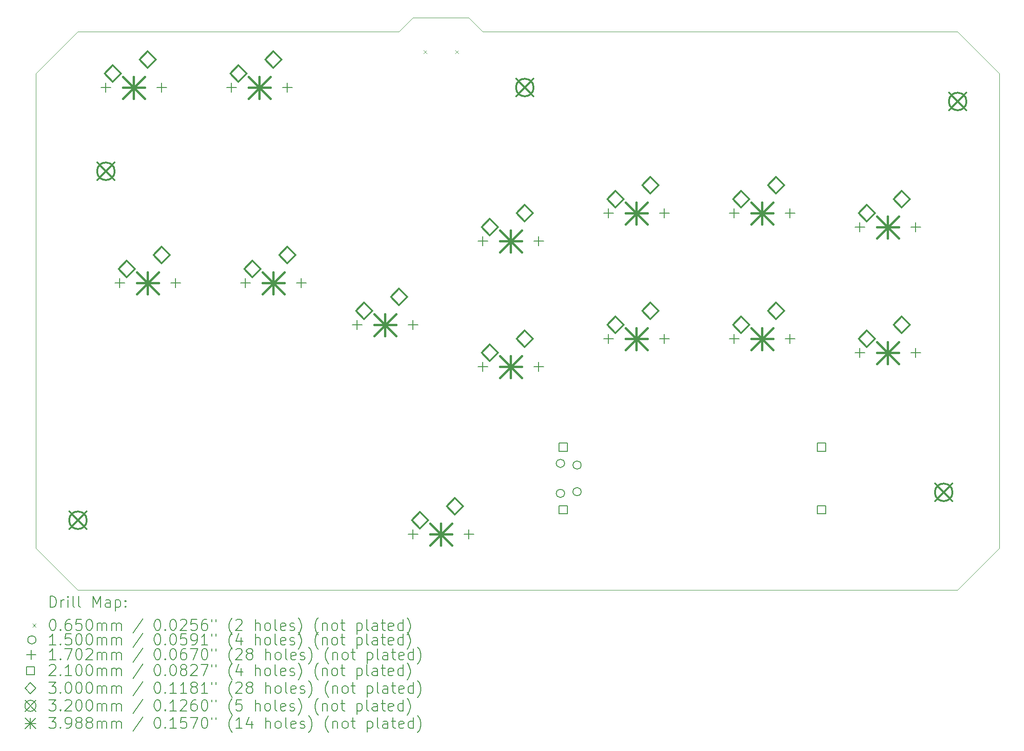
<source format=gbr>
%TF.GenerationSoftware,KiCad,Pcbnew,6.0.8-f2edbf62ab~116~ubuntu22.04.1*%
%TF.CreationDate,2022-10-10T15:37:35-06:00*%
%TF.ProjectId,PPP_pcb,5050505f-7063-4622-9e6b-696361645f70,rev?*%
%TF.SameCoordinates,Original*%
%TF.FileFunction,Drillmap*%
%TF.FilePolarity,Positive*%
%FSLAX45Y45*%
G04 Gerber Fmt 4.5, Leading zero omitted, Abs format (unit mm)*
G04 Created by KiCad (PCBNEW 6.0.8-f2edbf62ab~116~ubuntu22.04.1) date 2022-10-10 15:37:35*
%MOMM*%
%LPD*%
G01*
G04 APERTURE LIST*
%ADD10C,0.050000*%
%ADD11C,0.200000*%
%ADD12C,0.065000*%
%ADD13C,0.150000*%
%ADD14C,0.170180*%
%ADD15C,0.210000*%
%ADD16C,0.300000*%
%ADD17C,0.320000*%
%ADD18C,0.398780*%
G04 APERTURE END LIST*
D10*
X14478000Y-3556000D02*
X8636000Y-3556000D01*
X16002000Y-3556000D02*
X15748000Y-3302000D01*
X15748000Y-3302000D02*
X14732000Y-3302000D01*
X7874000Y-12954000D02*
X8636000Y-13716000D01*
X8636000Y-13716000D02*
X24638000Y-13716000D01*
X25400000Y-4318000D02*
X24638000Y-3556000D01*
X8636000Y-3556000D02*
X7874000Y-4318000D01*
X24638000Y-3556000D02*
X16002000Y-3556000D01*
X25400000Y-12954000D02*
X25400000Y-4318000D01*
X24638000Y-13716000D02*
X25400000Y-12954000D01*
X14732000Y-3302000D02*
X14478000Y-3556000D01*
X7874000Y-4318000D02*
X7874000Y-12954000D01*
D11*
D12*
X14918500Y-3891500D02*
X14983500Y-3956500D01*
X14983500Y-3891500D02*
X14918500Y-3956500D01*
X15496500Y-3891500D02*
X15561500Y-3956500D01*
X15561500Y-3891500D02*
X15496500Y-3956500D01*
D13*
X17487000Y-11411500D02*
G75*
G03*
X17487000Y-11411500I-75000J0D01*
G01*
X17487000Y-11956500D02*
G75*
G03*
X17487000Y-11956500I-75000J0D01*
G01*
X17790000Y-11441500D02*
G75*
G03*
X17790000Y-11441500I-75000J0D01*
G01*
X17790000Y-11926500D02*
G75*
G03*
X17790000Y-11926500I-75000J0D01*
G01*
D14*
X9144000Y-4486910D02*
X9144000Y-4657090D01*
X9058910Y-4572000D02*
X9229090Y-4572000D01*
X9398000Y-8042910D02*
X9398000Y-8213090D01*
X9312910Y-8128000D02*
X9483090Y-8128000D01*
X10160000Y-4486910D02*
X10160000Y-4657090D01*
X10074910Y-4572000D02*
X10245090Y-4572000D01*
X10414000Y-8042910D02*
X10414000Y-8213090D01*
X10328910Y-8128000D02*
X10499090Y-8128000D01*
X11430000Y-4486910D02*
X11430000Y-4657090D01*
X11344910Y-4572000D02*
X11515090Y-4572000D01*
X11684000Y-8042910D02*
X11684000Y-8213090D01*
X11598910Y-8128000D02*
X11769090Y-8128000D01*
X12446000Y-4486910D02*
X12446000Y-4657090D01*
X12360910Y-4572000D02*
X12531090Y-4572000D01*
X12700000Y-8042910D02*
X12700000Y-8213090D01*
X12614910Y-8128000D02*
X12785090Y-8128000D01*
X13716000Y-8804910D02*
X13716000Y-8975090D01*
X13630910Y-8890000D02*
X13801090Y-8890000D01*
X14732000Y-8804910D02*
X14732000Y-8975090D01*
X14646910Y-8890000D02*
X14817090Y-8890000D01*
X14732000Y-12614910D02*
X14732000Y-12785090D01*
X14646910Y-12700000D02*
X14817090Y-12700000D01*
X15748000Y-12614910D02*
X15748000Y-12785090D01*
X15662910Y-12700000D02*
X15833090Y-12700000D01*
X16002000Y-7280910D02*
X16002000Y-7451090D01*
X15916910Y-7366000D02*
X16087090Y-7366000D01*
X16002000Y-9566910D02*
X16002000Y-9737090D01*
X15916910Y-9652000D02*
X16087090Y-9652000D01*
X17018000Y-7280910D02*
X17018000Y-7451090D01*
X16932910Y-7366000D02*
X17103090Y-7366000D01*
X17018000Y-9566910D02*
X17018000Y-9737090D01*
X16932910Y-9652000D02*
X17103090Y-9652000D01*
X18288000Y-6772910D02*
X18288000Y-6943090D01*
X18202910Y-6858000D02*
X18373090Y-6858000D01*
X18288000Y-9058910D02*
X18288000Y-9229090D01*
X18202910Y-9144000D02*
X18373090Y-9144000D01*
X19304000Y-6772910D02*
X19304000Y-6943090D01*
X19218910Y-6858000D02*
X19389090Y-6858000D01*
X19304000Y-9058910D02*
X19304000Y-9229090D01*
X19218910Y-9144000D02*
X19389090Y-9144000D01*
X20574000Y-6772910D02*
X20574000Y-6943090D01*
X20488910Y-6858000D02*
X20659090Y-6858000D01*
X20574000Y-9058910D02*
X20574000Y-9229090D01*
X20488910Y-9144000D02*
X20659090Y-9144000D01*
X21590000Y-6772910D02*
X21590000Y-6943090D01*
X21504910Y-6858000D02*
X21675090Y-6858000D01*
X21590000Y-9058910D02*
X21590000Y-9229090D01*
X21504910Y-9144000D02*
X21675090Y-9144000D01*
X22860000Y-7026910D02*
X22860000Y-7197090D01*
X22774910Y-7112000D02*
X22945090Y-7112000D01*
X22860000Y-9312910D02*
X22860000Y-9483090D01*
X22774910Y-9398000D02*
X22945090Y-9398000D01*
X23876000Y-7026910D02*
X23876000Y-7197090D01*
X23790910Y-7112000D02*
X23961090Y-7112000D01*
X23876000Y-9312910D02*
X23876000Y-9483090D01*
X23790910Y-9398000D02*
X23961090Y-9398000D01*
D15*
X17536247Y-11188247D02*
X17536247Y-11039753D01*
X17387753Y-11039753D01*
X17387753Y-11188247D01*
X17536247Y-11188247D01*
X17536247Y-12328247D02*
X17536247Y-12179753D01*
X17387753Y-12179753D01*
X17387753Y-12328247D01*
X17536247Y-12328247D01*
X22236247Y-11188247D02*
X22236247Y-11039753D01*
X22087753Y-11039753D01*
X22087753Y-11188247D01*
X22236247Y-11188247D01*
X22236247Y-12328247D02*
X22236247Y-12179753D01*
X22087753Y-12179753D01*
X22087753Y-12328247D01*
X22236247Y-12328247D01*
D16*
X9271000Y-4468000D02*
X9421000Y-4318000D01*
X9271000Y-4168000D01*
X9121000Y-4318000D01*
X9271000Y-4468000D01*
X9525000Y-8024000D02*
X9675000Y-7874000D01*
X9525000Y-7724000D01*
X9375000Y-7874000D01*
X9525000Y-8024000D01*
X9906000Y-4214000D02*
X10056000Y-4064000D01*
X9906000Y-3914000D01*
X9756000Y-4064000D01*
X9906000Y-4214000D01*
X10160000Y-7770000D02*
X10310000Y-7620000D01*
X10160000Y-7470000D01*
X10010000Y-7620000D01*
X10160000Y-7770000D01*
X11557000Y-4468000D02*
X11707000Y-4318000D01*
X11557000Y-4168000D01*
X11407000Y-4318000D01*
X11557000Y-4468000D01*
X11811000Y-8024000D02*
X11961000Y-7874000D01*
X11811000Y-7724000D01*
X11661000Y-7874000D01*
X11811000Y-8024000D01*
X12192000Y-4214000D02*
X12342000Y-4064000D01*
X12192000Y-3914000D01*
X12042000Y-4064000D01*
X12192000Y-4214000D01*
X12446000Y-7770000D02*
X12596000Y-7620000D01*
X12446000Y-7470000D01*
X12296000Y-7620000D01*
X12446000Y-7770000D01*
X13843000Y-8786000D02*
X13993000Y-8636000D01*
X13843000Y-8486000D01*
X13693000Y-8636000D01*
X13843000Y-8786000D01*
X14478000Y-8532000D02*
X14628000Y-8382000D01*
X14478000Y-8232000D01*
X14328000Y-8382000D01*
X14478000Y-8532000D01*
X14859000Y-12596000D02*
X15009000Y-12446000D01*
X14859000Y-12296000D01*
X14709000Y-12446000D01*
X14859000Y-12596000D01*
X15494000Y-12342000D02*
X15644000Y-12192000D01*
X15494000Y-12042000D01*
X15344000Y-12192000D01*
X15494000Y-12342000D01*
X16129000Y-7262000D02*
X16279000Y-7112000D01*
X16129000Y-6962000D01*
X15979000Y-7112000D01*
X16129000Y-7262000D01*
X16129000Y-9548000D02*
X16279000Y-9398000D01*
X16129000Y-9248000D01*
X15979000Y-9398000D01*
X16129000Y-9548000D01*
X16764000Y-7008000D02*
X16914000Y-6858000D01*
X16764000Y-6708000D01*
X16614000Y-6858000D01*
X16764000Y-7008000D01*
X16764000Y-9294000D02*
X16914000Y-9144000D01*
X16764000Y-8994000D01*
X16614000Y-9144000D01*
X16764000Y-9294000D01*
X18415000Y-6754000D02*
X18565000Y-6604000D01*
X18415000Y-6454000D01*
X18265000Y-6604000D01*
X18415000Y-6754000D01*
X18415000Y-9040000D02*
X18565000Y-8890000D01*
X18415000Y-8740000D01*
X18265000Y-8890000D01*
X18415000Y-9040000D01*
X19050000Y-6500000D02*
X19200000Y-6350000D01*
X19050000Y-6200000D01*
X18900000Y-6350000D01*
X19050000Y-6500000D01*
X19050000Y-8786000D02*
X19200000Y-8636000D01*
X19050000Y-8486000D01*
X18900000Y-8636000D01*
X19050000Y-8786000D01*
X20701000Y-6754000D02*
X20851000Y-6604000D01*
X20701000Y-6454000D01*
X20551000Y-6604000D01*
X20701000Y-6754000D01*
X20701000Y-9040000D02*
X20851000Y-8890000D01*
X20701000Y-8740000D01*
X20551000Y-8890000D01*
X20701000Y-9040000D01*
X21336000Y-6500000D02*
X21486000Y-6350000D01*
X21336000Y-6200000D01*
X21186000Y-6350000D01*
X21336000Y-6500000D01*
X21336000Y-8786000D02*
X21486000Y-8636000D01*
X21336000Y-8486000D01*
X21186000Y-8636000D01*
X21336000Y-8786000D01*
X22987000Y-7008000D02*
X23137000Y-6858000D01*
X22987000Y-6708000D01*
X22837000Y-6858000D01*
X22987000Y-7008000D01*
X22987000Y-9294000D02*
X23137000Y-9144000D01*
X22987000Y-8994000D01*
X22837000Y-9144000D01*
X22987000Y-9294000D01*
X23622000Y-6754000D02*
X23772000Y-6604000D01*
X23622000Y-6454000D01*
X23472000Y-6604000D01*
X23622000Y-6754000D01*
X23622000Y-9040000D02*
X23772000Y-8890000D01*
X23622000Y-8740000D01*
X23472000Y-8890000D01*
X23622000Y-9040000D01*
D17*
X8476000Y-12286000D02*
X8796000Y-12606000D01*
X8796000Y-12286000D02*
X8476000Y-12606000D01*
X8796000Y-12446000D02*
G75*
G03*
X8796000Y-12446000I-160000J0D01*
G01*
X8984000Y-5936000D02*
X9304000Y-6256000D01*
X9304000Y-5936000D02*
X8984000Y-6256000D01*
X9304000Y-6096000D02*
G75*
G03*
X9304000Y-6096000I-160000J0D01*
G01*
X16604000Y-4412000D02*
X16924000Y-4732000D01*
X16924000Y-4412000D02*
X16604000Y-4732000D01*
X16924000Y-4572000D02*
G75*
G03*
X16924000Y-4572000I-160000J0D01*
G01*
X24224000Y-11778000D02*
X24544000Y-12098000D01*
X24544000Y-11778000D02*
X24224000Y-12098000D01*
X24544000Y-11938000D02*
G75*
G03*
X24544000Y-11938000I-160000J0D01*
G01*
X24478000Y-4666000D02*
X24798000Y-4986000D01*
X24798000Y-4666000D02*
X24478000Y-4986000D01*
X24798000Y-4826000D02*
G75*
G03*
X24798000Y-4826000I-160000J0D01*
G01*
D18*
X9452610Y-4372610D02*
X9851390Y-4771390D01*
X9851390Y-4372610D02*
X9452610Y-4771390D01*
X9652000Y-4372610D02*
X9652000Y-4771390D01*
X9452610Y-4572000D02*
X9851390Y-4572000D01*
X9706610Y-7928610D02*
X10105390Y-8327390D01*
X10105390Y-7928610D02*
X9706610Y-8327390D01*
X9906000Y-7928610D02*
X9906000Y-8327390D01*
X9706610Y-8128000D02*
X10105390Y-8128000D01*
X11738610Y-4372610D02*
X12137390Y-4771390D01*
X12137390Y-4372610D02*
X11738610Y-4771390D01*
X11938000Y-4372610D02*
X11938000Y-4771390D01*
X11738610Y-4572000D02*
X12137390Y-4572000D01*
X11992610Y-7928610D02*
X12391390Y-8327390D01*
X12391390Y-7928610D02*
X11992610Y-8327390D01*
X12192000Y-7928610D02*
X12192000Y-8327390D01*
X11992610Y-8128000D02*
X12391390Y-8128000D01*
X14024610Y-8690610D02*
X14423390Y-9089390D01*
X14423390Y-8690610D02*
X14024610Y-9089390D01*
X14224000Y-8690610D02*
X14224000Y-9089390D01*
X14024610Y-8890000D02*
X14423390Y-8890000D01*
X15040610Y-12500610D02*
X15439390Y-12899390D01*
X15439390Y-12500610D02*
X15040610Y-12899390D01*
X15240000Y-12500610D02*
X15240000Y-12899390D01*
X15040610Y-12700000D02*
X15439390Y-12700000D01*
X16310610Y-7166610D02*
X16709390Y-7565390D01*
X16709390Y-7166610D02*
X16310610Y-7565390D01*
X16510000Y-7166610D02*
X16510000Y-7565390D01*
X16310610Y-7366000D02*
X16709390Y-7366000D01*
X16310610Y-9452610D02*
X16709390Y-9851390D01*
X16709390Y-9452610D02*
X16310610Y-9851390D01*
X16510000Y-9452610D02*
X16510000Y-9851390D01*
X16310610Y-9652000D02*
X16709390Y-9652000D01*
X18596610Y-6658610D02*
X18995390Y-7057390D01*
X18995390Y-6658610D02*
X18596610Y-7057390D01*
X18796000Y-6658610D02*
X18796000Y-7057390D01*
X18596610Y-6858000D02*
X18995390Y-6858000D01*
X18596610Y-8944610D02*
X18995390Y-9343390D01*
X18995390Y-8944610D02*
X18596610Y-9343390D01*
X18796000Y-8944610D02*
X18796000Y-9343390D01*
X18596610Y-9144000D02*
X18995390Y-9144000D01*
X20882610Y-6658610D02*
X21281390Y-7057390D01*
X21281390Y-6658610D02*
X20882610Y-7057390D01*
X21082000Y-6658610D02*
X21082000Y-7057390D01*
X20882610Y-6858000D02*
X21281390Y-6858000D01*
X20882610Y-8944610D02*
X21281390Y-9343390D01*
X21281390Y-8944610D02*
X20882610Y-9343390D01*
X21082000Y-8944610D02*
X21082000Y-9343390D01*
X20882610Y-9144000D02*
X21281390Y-9144000D01*
X23168610Y-6912610D02*
X23567390Y-7311390D01*
X23567390Y-6912610D02*
X23168610Y-7311390D01*
X23368000Y-6912610D02*
X23368000Y-7311390D01*
X23168610Y-7112000D02*
X23567390Y-7112000D01*
X23168610Y-9198610D02*
X23567390Y-9597390D01*
X23567390Y-9198610D02*
X23168610Y-9597390D01*
X23368000Y-9198610D02*
X23368000Y-9597390D01*
X23168610Y-9398000D02*
X23567390Y-9398000D01*
D11*
X8129119Y-14028976D02*
X8129119Y-13828976D01*
X8176738Y-13828976D01*
X8205309Y-13838500D01*
X8224357Y-13857548D01*
X8233881Y-13876595D01*
X8243405Y-13914690D01*
X8243405Y-13943262D01*
X8233881Y-13981357D01*
X8224357Y-14000405D01*
X8205309Y-14019452D01*
X8176738Y-14028976D01*
X8129119Y-14028976D01*
X8329119Y-14028976D02*
X8329119Y-13895643D01*
X8329119Y-13933738D02*
X8338643Y-13914690D01*
X8348167Y-13905167D01*
X8367214Y-13895643D01*
X8386262Y-13895643D01*
X8452929Y-14028976D02*
X8452929Y-13895643D01*
X8452929Y-13828976D02*
X8443405Y-13838500D01*
X8452929Y-13848024D01*
X8462452Y-13838500D01*
X8452929Y-13828976D01*
X8452929Y-13848024D01*
X8576738Y-14028976D02*
X8557690Y-14019452D01*
X8548167Y-14000405D01*
X8548167Y-13828976D01*
X8681500Y-14028976D02*
X8662452Y-14019452D01*
X8652929Y-14000405D01*
X8652929Y-13828976D01*
X8910071Y-14028976D02*
X8910071Y-13828976D01*
X8976738Y-13971833D01*
X9043405Y-13828976D01*
X9043405Y-14028976D01*
X9224357Y-14028976D02*
X9224357Y-13924214D01*
X9214833Y-13905167D01*
X9195786Y-13895643D01*
X9157690Y-13895643D01*
X9138643Y-13905167D01*
X9224357Y-14019452D02*
X9205310Y-14028976D01*
X9157690Y-14028976D01*
X9138643Y-14019452D01*
X9129119Y-14000405D01*
X9129119Y-13981357D01*
X9138643Y-13962309D01*
X9157690Y-13952786D01*
X9205310Y-13952786D01*
X9224357Y-13943262D01*
X9319595Y-13895643D02*
X9319595Y-14095643D01*
X9319595Y-13905167D02*
X9338643Y-13895643D01*
X9376738Y-13895643D01*
X9395786Y-13905167D01*
X9405310Y-13914690D01*
X9414833Y-13933738D01*
X9414833Y-13990881D01*
X9405310Y-14009928D01*
X9395786Y-14019452D01*
X9376738Y-14028976D01*
X9338643Y-14028976D01*
X9319595Y-14019452D01*
X9500548Y-14009928D02*
X9510071Y-14019452D01*
X9500548Y-14028976D01*
X9491024Y-14019452D01*
X9500548Y-14009928D01*
X9500548Y-14028976D01*
X9500548Y-13905167D02*
X9510071Y-13914690D01*
X9500548Y-13924214D01*
X9491024Y-13914690D01*
X9500548Y-13905167D01*
X9500548Y-13924214D01*
D12*
X7806500Y-14326000D02*
X7871500Y-14391000D01*
X7871500Y-14326000D02*
X7806500Y-14391000D01*
D11*
X8167214Y-14248976D02*
X8186262Y-14248976D01*
X8205309Y-14258500D01*
X8214833Y-14268024D01*
X8224357Y-14287071D01*
X8233881Y-14325167D01*
X8233881Y-14372786D01*
X8224357Y-14410881D01*
X8214833Y-14429928D01*
X8205309Y-14439452D01*
X8186262Y-14448976D01*
X8167214Y-14448976D01*
X8148167Y-14439452D01*
X8138643Y-14429928D01*
X8129119Y-14410881D01*
X8119595Y-14372786D01*
X8119595Y-14325167D01*
X8129119Y-14287071D01*
X8138643Y-14268024D01*
X8148167Y-14258500D01*
X8167214Y-14248976D01*
X8319595Y-14429928D02*
X8329119Y-14439452D01*
X8319595Y-14448976D01*
X8310071Y-14439452D01*
X8319595Y-14429928D01*
X8319595Y-14448976D01*
X8500548Y-14248976D02*
X8462452Y-14248976D01*
X8443405Y-14258500D01*
X8433881Y-14268024D01*
X8414833Y-14296595D01*
X8405310Y-14334690D01*
X8405310Y-14410881D01*
X8414833Y-14429928D01*
X8424357Y-14439452D01*
X8443405Y-14448976D01*
X8481500Y-14448976D01*
X8500548Y-14439452D01*
X8510071Y-14429928D01*
X8519595Y-14410881D01*
X8519595Y-14363262D01*
X8510071Y-14344214D01*
X8500548Y-14334690D01*
X8481500Y-14325167D01*
X8443405Y-14325167D01*
X8424357Y-14334690D01*
X8414833Y-14344214D01*
X8405310Y-14363262D01*
X8700548Y-14248976D02*
X8605310Y-14248976D01*
X8595786Y-14344214D01*
X8605310Y-14334690D01*
X8624357Y-14325167D01*
X8671976Y-14325167D01*
X8691024Y-14334690D01*
X8700548Y-14344214D01*
X8710071Y-14363262D01*
X8710071Y-14410881D01*
X8700548Y-14429928D01*
X8691024Y-14439452D01*
X8671976Y-14448976D01*
X8624357Y-14448976D01*
X8605310Y-14439452D01*
X8595786Y-14429928D01*
X8833881Y-14248976D02*
X8852929Y-14248976D01*
X8871976Y-14258500D01*
X8881500Y-14268024D01*
X8891024Y-14287071D01*
X8900548Y-14325167D01*
X8900548Y-14372786D01*
X8891024Y-14410881D01*
X8881500Y-14429928D01*
X8871976Y-14439452D01*
X8852929Y-14448976D01*
X8833881Y-14448976D01*
X8814833Y-14439452D01*
X8805310Y-14429928D01*
X8795786Y-14410881D01*
X8786262Y-14372786D01*
X8786262Y-14325167D01*
X8795786Y-14287071D01*
X8805310Y-14268024D01*
X8814833Y-14258500D01*
X8833881Y-14248976D01*
X8986262Y-14448976D02*
X8986262Y-14315643D01*
X8986262Y-14334690D02*
X8995786Y-14325167D01*
X9014833Y-14315643D01*
X9043405Y-14315643D01*
X9062452Y-14325167D01*
X9071976Y-14344214D01*
X9071976Y-14448976D01*
X9071976Y-14344214D02*
X9081500Y-14325167D01*
X9100548Y-14315643D01*
X9129119Y-14315643D01*
X9148167Y-14325167D01*
X9157690Y-14344214D01*
X9157690Y-14448976D01*
X9252929Y-14448976D02*
X9252929Y-14315643D01*
X9252929Y-14334690D02*
X9262452Y-14325167D01*
X9281500Y-14315643D01*
X9310071Y-14315643D01*
X9329119Y-14325167D01*
X9338643Y-14344214D01*
X9338643Y-14448976D01*
X9338643Y-14344214D02*
X9348167Y-14325167D01*
X9367214Y-14315643D01*
X9395786Y-14315643D01*
X9414833Y-14325167D01*
X9424357Y-14344214D01*
X9424357Y-14448976D01*
X9814833Y-14239452D02*
X9643405Y-14496595D01*
X10071976Y-14248976D02*
X10091024Y-14248976D01*
X10110071Y-14258500D01*
X10119595Y-14268024D01*
X10129119Y-14287071D01*
X10138643Y-14325167D01*
X10138643Y-14372786D01*
X10129119Y-14410881D01*
X10119595Y-14429928D01*
X10110071Y-14439452D01*
X10091024Y-14448976D01*
X10071976Y-14448976D01*
X10052929Y-14439452D01*
X10043405Y-14429928D01*
X10033881Y-14410881D01*
X10024357Y-14372786D01*
X10024357Y-14325167D01*
X10033881Y-14287071D01*
X10043405Y-14268024D01*
X10052929Y-14258500D01*
X10071976Y-14248976D01*
X10224357Y-14429928D02*
X10233881Y-14439452D01*
X10224357Y-14448976D01*
X10214833Y-14439452D01*
X10224357Y-14429928D01*
X10224357Y-14448976D01*
X10357690Y-14248976D02*
X10376738Y-14248976D01*
X10395786Y-14258500D01*
X10405310Y-14268024D01*
X10414833Y-14287071D01*
X10424357Y-14325167D01*
X10424357Y-14372786D01*
X10414833Y-14410881D01*
X10405310Y-14429928D01*
X10395786Y-14439452D01*
X10376738Y-14448976D01*
X10357690Y-14448976D01*
X10338643Y-14439452D01*
X10329119Y-14429928D01*
X10319595Y-14410881D01*
X10310071Y-14372786D01*
X10310071Y-14325167D01*
X10319595Y-14287071D01*
X10329119Y-14268024D01*
X10338643Y-14258500D01*
X10357690Y-14248976D01*
X10500548Y-14268024D02*
X10510071Y-14258500D01*
X10529119Y-14248976D01*
X10576738Y-14248976D01*
X10595786Y-14258500D01*
X10605310Y-14268024D01*
X10614833Y-14287071D01*
X10614833Y-14306119D01*
X10605310Y-14334690D01*
X10491024Y-14448976D01*
X10614833Y-14448976D01*
X10795786Y-14248976D02*
X10700548Y-14248976D01*
X10691024Y-14344214D01*
X10700548Y-14334690D01*
X10719595Y-14325167D01*
X10767214Y-14325167D01*
X10786262Y-14334690D01*
X10795786Y-14344214D01*
X10805310Y-14363262D01*
X10805310Y-14410881D01*
X10795786Y-14429928D01*
X10786262Y-14439452D01*
X10767214Y-14448976D01*
X10719595Y-14448976D01*
X10700548Y-14439452D01*
X10691024Y-14429928D01*
X10976738Y-14248976D02*
X10938643Y-14248976D01*
X10919595Y-14258500D01*
X10910071Y-14268024D01*
X10891024Y-14296595D01*
X10881500Y-14334690D01*
X10881500Y-14410881D01*
X10891024Y-14429928D01*
X10900548Y-14439452D01*
X10919595Y-14448976D01*
X10957690Y-14448976D01*
X10976738Y-14439452D01*
X10986262Y-14429928D01*
X10995786Y-14410881D01*
X10995786Y-14363262D01*
X10986262Y-14344214D01*
X10976738Y-14334690D01*
X10957690Y-14325167D01*
X10919595Y-14325167D01*
X10900548Y-14334690D01*
X10891024Y-14344214D01*
X10881500Y-14363262D01*
X11071976Y-14248976D02*
X11071976Y-14287071D01*
X11148167Y-14248976D02*
X11148167Y-14287071D01*
X11443405Y-14525167D02*
X11433881Y-14515643D01*
X11414833Y-14487071D01*
X11405309Y-14468024D01*
X11395786Y-14439452D01*
X11386262Y-14391833D01*
X11386262Y-14353738D01*
X11395786Y-14306119D01*
X11405309Y-14277548D01*
X11414833Y-14258500D01*
X11433881Y-14229928D01*
X11443405Y-14220405D01*
X11510071Y-14268024D02*
X11519595Y-14258500D01*
X11538643Y-14248976D01*
X11586262Y-14248976D01*
X11605309Y-14258500D01*
X11614833Y-14268024D01*
X11624357Y-14287071D01*
X11624357Y-14306119D01*
X11614833Y-14334690D01*
X11500548Y-14448976D01*
X11624357Y-14448976D01*
X11862452Y-14448976D02*
X11862452Y-14248976D01*
X11948167Y-14448976D02*
X11948167Y-14344214D01*
X11938643Y-14325167D01*
X11919595Y-14315643D01*
X11891024Y-14315643D01*
X11871976Y-14325167D01*
X11862452Y-14334690D01*
X12071976Y-14448976D02*
X12052928Y-14439452D01*
X12043405Y-14429928D01*
X12033881Y-14410881D01*
X12033881Y-14353738D01*
X12043405Y-14334690D01*
X12052928Y-14325167D01*
X12071976Y-14315643D01*
X12100548Y-14315643D01*
X12119595Y-14325167D01*
X12129119Y-14334690D01*
X12138643Y-14353738D01*
X12138643Y-14410881D01*
X12129119Y-14429928D01*
X12119595Y-14439452D01*
X12100548Y-14448976D01*
X12071976Y-14448976D01*
X12252928Y-14448976D02*
X12233881Y-14439452D01*
X12224357Y-14420405D01*
X12224357Y-14248976D01*
X12405309Y-14439452D02*
X12386262Y-14448976D01*
X12348167Y-14448976D01*
X12329119Y-14439452D01*
X12319595Y-14420405D01*
X12319595Y-14344214D01*
X12329119Y-14325167D01*
X12348167Y-14315643D01*
X12386262Y-14315643D01*
X12405309Y-14325167D01*
X12414833Y-14344214D01*
X12414833Y-14363262D01*
X12319595Y-14382309D01*
X12491024Y-14439452D02*
X12510071Y-14448976D01*
X12548167Y-14448976D01*
X12567214Y-14439452D01*
X12576738Y-14420405D01*
X12576738Y-14410881D01*
X12567214Y-14391833D01*
X12548167Y-14382309D01*
X12519595Y-14382309D01*
X12500548Y-14372786D01*
X12491024Y-14353738D01*
X12491024Y-14344214D01*
X12500548Y-14325167D01*
X12519595Y-14315643D01*
X12548167Y-14315643D01*
X12567214Y-14325167D01*
X12643405Y-14525167D02*
X12652928Y-14515643D01*
X12671976Y-14487071D01*
X12681500Y-14468024D01*
X12691024Y-14439452D01*
X12700548Y-14391833D01*
X12700548Y-14353738D01*
X12691024Y-14306119D01*
X12681500Y-14277548D01*
X12671976Y-14258500D01*
X12652928Y-14229928D01*
X12643405Y-14220405D01*
X13005309Y-14525167D02*
X12995786Y-14515643D01*
X12976738Y-14487071D01*
X12967214Y-14468024D01*
X12957690Y-14439452D01*
X12948167Y-14391833D01*
X12948167Y-14353738D01*
X12957690Y-14306119D01*
X12967214Y-14277548D01*
X12976738Y-14258500D01*
X12995786Y-14229928D01*
X13005309Y-14220405D01*
X13081500Y-14315643D02*
X13081500Y-14448976D01*
X13081500Y-14334690D02*
X13091024Y-14325167D01*
X13110071Y-14315643D01*
X13138643Y-14315643D01*
X13157690Y-14325167D01*
X13167214Y-14344214D01*
X13167214Y-14448976D01*
X13291024Y-14448976D02*
X13271976Y-14439452D01*
X13262452Y-14429928D01*
X13252928Y-14410881D01*
X13252928Y-14353738D01*
X13262452Y-14334690D01*
X13271976Y-14325167D01*
X13291024Y-14315643D01*
X13319595Y-14315643D01*
X13338643Y-14325167D01*
X13348167Y-14334690D01*
X13357690Y-14353738D01*
X13357690Y-14410881D01*
X13348167Y-14429928D01*
X13338643Y-14439452D01*
X13319595Y-14448976D01*
X13291024Y-14448976D01*
X13414833Y-14315643D02*
X13491024Y-14315643D01*
X13443405Y-14248976D02*
X13443405Y-14420405D01*
X13452928Y-14439452D01*
X13471976Y-14448976D01*
X13491024Y-14448976D01*
X13710071Y-14315643D02*
X13710071Y-14515643D01*
X13710071Y-14325167D02*
X13729119Y-14315643D01*
X13767214Y-14315643D01*
X13786262Y-14325167D01*
X13795786Y-14334690D01*
X13805309Y-14353738D01*
X13805309Y-14410881D01*
X13795786Y-14429928D01*
X13786262Y-14439452D01*
X13767214Y-14448976D01*
X13729119Y-14448976D01*
X13710071Y-14439452D01*
X13919595Y-14448976D02*
X13900548Y-14439452D01*
X13891024Y-14420405D01*
X13891024Y-14248976D01*
X14081500Y-14448976D02*
X14081500Y-14344214D01*
X14071976Y-14325167D01*
X14052928Y-14315643D01*
X14014833Y-14315643D01*
X13995786Y-14325167D01*
X14081500Y-14439452D02*
X14062452Y-14448976D01*
X14014833Y-14448976D01*
X13995786Y-14439452D01*
X13986262Y-14420405D01*
X13986262Y-14401357D01*
X13995786Y-14382309D01*
X14014833Y-14372786D01*
X14062452Y-14372786D01*
X14081500Y-14363262D01*
X14148167Y-14315643D02*
X14224357Y-14315643D01*
X14176738Y-14248976D02*
X14176738Y-14420405D01*
X14186262Y-14439452D01*
X14205309Y-14448976D01*
X14224357Y-14448976D01*
X14367214Y-14439452D02*
X14348167Y-14448976D01*
X14310071Y-14448976D01*
X14291024Y-14439452D01*
X14281500Y-14420405D01*
X14281500Y-14344214D01*
X14291024Y-14325167D01*
X14310071Y-14315643D01*
X14348167Y-14315643D01*
X14367214Y-14325167D01*
X14376738Y-14344214D01*
X14376738Y-14363262D01*
X14281500Y-14382309D01*
X14548167Y-14448976D02*
X14548167Y-14248976D01*
X14548167Y-14439452D02*
X14529119Y-14448976D01*
X14491024Y-14448976D01*
X14471976Y-14439452D01*
X14462452Y-14429928D01*
X14452928Y-14410881D01*
X14452928Y-14353738D01*
X14462452Y-14334690D01*
X14471976Y-14325167D01*
X14491024Y-14315643D01*
X14529119Y-14315643D01*
X14548167Y-14325167D01*
X14624357Y-14525167D02*
X14633881Y-14515643D01*
X14652928Y-14487071D01*
X14662452Y-14468024D01*
X14671976Y-14439452D01*
X14681500Y-14391833D01*
X14681500Y-14353738D01*
X14671976Y-14306119D01*
X14662452Y-14277548D01*
X14652928Y-14258500D01*
X14633881Y-14229928D01*
X14624357Y-14220405D01*
D13*
X7871500Y-14622500D02*
G75*
G03*
X7871500Y-14622500I-75000J0D01*
G01*
D11*
X8233881Y-14712976D02*
X8119595Y-14712976D01*
X8176738Y-14712976D02*
X8176738Y-14512976D01*
X8157690Y-14541548D01*
X8138643Y-14560595D01*
X8119595Y-14570119D01*
X8319595Y-14693928D02*
X8329119Y-14703452D01*
X8319595Y-14712976D01*
X8310071Y-14703452D01*
X8319595Y-14693928D01*
X8319595Y-14712976D01*
X8510071Y-14512976D02*
X8414833Y-14512976D01*
X8405310Y-14608214D01*
X8414833Y-14598690D01*
X8433881Y-14589167D01*
X8481500Y-14589167D01*
X8500548Y-14598690D01*
X8510071Y-14608214D01*
X8519595Y-14627262D01*
X8519595Y-14674881D01*
X8510071Y-14693928D01*
X8500548Y-14703452D01*
X8481500Y-14712976D01*
X8433881Y-14712976D01*
X8414833Y-14703452D01*
X8405310Y-14693928D01*
X8643405Y-14512976D02*
X8662452Y-14512976D01*
X8681500Y-14522500D01*
X8691024Y-14532024D01*
X8700548Y-14551071D01*
X8710071Y-14589167D01*
X8710071Y-14636786D01*
X8700548Y-14674881D01*
X8691024Y-14693928D01*
X8681500Y-14703452D01*
X8662452Y-14712976D01*
X8643405Y-14712976D01*
X8624357Y-14703452D01*
X8614833Y-14693928D01*
X8605310Y-14674881D01*
X8595786Y-14636786D01*
X8595786Y-14589167D01*
X8605310Y-14551071D01*
X8614833Y-14532024D01*
X8624357Y-14522500D01*
X8643405Y-14512976D01*
X8833881Y-14512976D02*
X8852929Y-14512976D01*
X8871976Y-14522500D01*
X8881500Y-14532024D01*
X8891024Y-14551071D01*
X8900548Y-14589167D01*
X8900548Y-14636786D01*
X8891024Y-14674881D01*
X8881500Y-14693928D01*
X8871976Y-14703452D01*
X8852929Y-14712976D01*
X8833881Y-14712976D01*
X8814833Y-14703452D01*
X8805310Y-14693928D01*
X8795786Y-14674881D01*
X8786262Y-14636786D01*
X8786262Y-14589167D01*
X8795786Y-14551071D01*
X8805310Y-14532024D01*
X8814833Y-14522500D01*
X8833881Y-14512976D01*
X8986262Y-14712976D02*
X8986262Y-14579643D01*
X8986262Y-14598690D02*
X8995786Y-14589167D01*
X9014833Y-14579643D01*
X9043405Y-14579643D01*
X9062452Y-14589167D01*
X9071976Y-14608214D01*
X9071976Y-14712976D01*
X9071976Y-14608214D02*
X9081500Y-14589167D01*
X9100548Y-14579643D01*
X9129119Y-14579643D01*
X9148167Y-14589167D01*
X9157690Y-14608214D01*
X9157690Y-14712976D01*
X9252929Y-14712976D02*
X9252929Y-14579643D01*
X9252929Y-14598690D02*
X9262452Y-14589167D01*
X9281500Y-14579643D01*
X9310071Y-14579643D01*
X9329119Y-14589167D01*
X9338643Y-14608214D01*
X9338643Y-14712976D01*
X9338643Y-14608214D02*
X9348167Y-14589167D01*
X9367214Y-14579643D01*
X9395786Y-14579643D01*
X9414833Y-14589167D01*
X9424357Y-14608214D01*
X9424357Y-14712976D01*
X9814833Y-14503452D02*
X9643405Y-14760595D01*
X10071976Y-14512976D02*
X10091024Y-14512976D01*
X10110071Y-14522500D01*
X10119595Y-14532024D01*
X10129119Y-14551071D01*
X10138643Y-14589167D01*
X10138643Y-14636786D01*
X10129119Y-14674881D01*
X10119595Y-14693928D01*
X10110071Y-14703452D01*
X10091024Y-14712976D01*
X10071976Y-14712976D01*
X10052929Y-14703452D01*
X10043405Y-14693928D01*
X10033881Y-14674881D01*
X10024357Y-14636786D01*
X10024357Y-14589167D01*
X10033881Y-14551071D01*
X10043405Y-14532024D01*
X10052929Y-14522500D01*
X10071976Y-14512976D01*
X10224357Y-14693928D02*
X10233881Y-14703452D01*
X10224357Y-14712976D01*
X10214833Y-14703452D01*
X10224357Y-14693928D01*
X10224357Y-14712976D01*
X10357690Y-14512976D02*
X10376738Y-14512976D01*
X10395786Y-14522500D01*
X10405310Y-14532024D01*
X10414833Y-14551071D01*
X10424357Y-14589167D01*
X10424357Y-14636786D01*
X10414833Y-14674881D01*
X10405310Y-14693928D01*
X10395786Y-14703452D01*
X10376738Y-14712976D01*
X10357690Y-14712976D01*
X10338643Y-14703452D01*
X10329119Y-14693928D01*
X10319595Y-14674881D01*
X10310071Y-14636786D01*
X10310071Y-14589167D01*
X10319595Y-14551071D01*
X10329119Y-14532024D01*
X10338643Y-14522500D01*
X10357690Y-14512976D01*
X10605310Y-14512976D02*
X10510071Y-14512976D01*
X10500548Y-14608214D01*
X10510071Y-14598690D01*
X10529119Y-14589167D01*
X10576738Y-14589167D01*
X10595786Y-14598690D01*
X10605310Y-14608214D01*
X10614833Y-14627262D01*
X10614833Y-14674881D01*
X10605310Y-14693928D01*
X10595786Y-14703452D01*
X10576738Y-14712976D01*
X10529119Y-14712976D01*
X10510071Y-14703452D01*
X10500548Y-14693928D01*
X10710071Y-14712976D02*
X10748167Y-14712976D01*
X10767214Y-14703452D01*
X10776738Y-14693928D01*
X10795786Y-14665357D01*
X10805310Y-14627262D01*
X10805310Y-14551071D01*
X10795786Y-14532024D01*
X10786262Y-14522500D01*
X10767214Y-14512976D01*
X10729119Y-14512976D01*
X10710071Y-14522500D01*
X10700548Y-14532024D01*
X10691024Y-14551071D01*
X10691024Y-14598690D01*
X10700548Y-14617738D01*
X10710071Y-14627262D01*
X10729119Y-14636786D01*
X10767214Y-14636786D01*
X10786262Y-14627262D01*
X10795786Y-14617738D01*
X10805310Y-14598690D01*
X10995786Y-14712976D02*
X10881500Y-14712976D01*
X10938643Y-14712976D02*
X10938643Y-14512976D01*
X10919595Y-14541548D01*
X10900548Y-14560595D01*
X10881500Y-14570119D01*
X11071976Y-14512976D02*
X11071976Y-14551071D01*
X11148167Y-14512976D02*
X11148167Y-14551071D01*
X11443405Y-14789167D02*
X11433881Y-14779643D01*
X11414833Y-14751071D01*
X11405309Y-14732024D01*
X11395786Y-14703452D01*
X11386262Y-14655833D01*
X11386262Y-14617738D01*
X11395786Y-14570119D01*
X11405309Y-14541548D01*
X11414833Y-14522500D01*
X11433881Y-14493928D01*
X11443405Y-14484405D01*
X11605309Y-14579643D02*
X11605309Y-14712976D01*
X11557690Y-14503452D02*
X11510071Y-14646309D01*
X11633881Y-14646309D01*
X11862452Y-14712976D02*
X11862452Y-14512976D01*
X11948167Y-14712976D02*
X11948167Y-14608214D01*
X11938643Y-14589167D01*
X11919595Y-14579643D01*
X11891024Y-14579643D01*
X11871976Y-14589167D01*
X11862452Y-14598690D01*
X12071976Y-14712976D02*
X12052928Y-14703452D01*
X12043405Y-14693928D01*
X12033881Y-14674881D01*
X12033881Y-14617738D01*
X12043405Y-14598690D01*
X12052928Y-14589167D01*
X12071976Y-14579643D01*
X12100548Y-14579643D01*
X12119595Y-14589167D01*
X12129119Y-14598690D01*
X12138643Y-14617738D01*
X12138643Y-14674881D01*
X12129119Y-14693928D01*
X12119595Y-14703452D01*
X12100548Y-14712976D01*
X12071976Y-14712976D01*
X12252928Y-14712976D02*
X12233881Y-14703452D01*
X12224357Y-14684405D01*
X12224357Y-14512976D01*
X12405309Y-14703452D02*
X12386262Y-14712976D01*
X12348167Y-14712976D01*
X12329119Y-14703452D01*
X12319595Y-14684405D01*
X12319595Y-14608214D01*
X12329119Y-14589167D01*
X12348167Y-14579643D01*
X12386262Y-14579643D01*
X12405309Y-14589167D01*
X12414833Y-14608214D01*
X12414833Y-14627262D01*
X12319595Y-14646309D01*
X12491024Y-14703452D02*
X12510071Y-14712976D01*
X12548167Y-14712976D01*
X12567214Y-14703452D01*
X12576738Y-14684405D01*
X12576738Y-14674881D01*
X12567214Y-14655833D01*
X12548167Y-14646309D01*
X12519595Y-14646309D01*
X12500548Y-14636786D01*
X12491024Y-14617738D01*
X12491024Y-14608214D01*
X12500548Y-14589167D01*
X12519595Y-14579643D01*
X12548167Y-14579643D01*
X12567214Y-14589167D01*
X12643405Y-14789167D02*
X12652928Y-14779643D01*
X12671976Y-14751071D01*
X12681500Y-14732024D01*
X12691024Y-14703452D01*
X12700548Y-14655833D01*
X12700548Y-14617738D01*
X12691024Y-14570119D01*
X12681500Y-14541548D01*
X12671976Y-14522500D01*
X12652928Y-14493928D01*
X12643405Y-14484405D01*
X13005309Y-14789167D02*
X12995786Y-14779643D01*
X12976738Y-14751071D01*
X12967214Y-14732024D01*
X12957690Y-14703452D01*
X12948167Y-14655833D01*
X12948167Y-14617738D01*
X12957690Y-14570119D01*
X12967214Y-14541548D01*
X12976738Y-14522500D01*
X12995786Y-14493928D01*
X13005309Y-14484405D01*
X13081500Y-14579643D02*
X13081500Y-14712976D01*
X13081500Y-14598690D02*
X13091024Y-14589167D01*
X13110071Y-14579643D01*
X13138643Y-14579643D01*
X13157690Y-14589167D01*
X13167214Y-14608214D01*
X13167214Y-14712976D01*
X13291024Y-14712976D02*
X13271976Y-14703452D01*
X13262452Y-14693928D01*
X13252928Y-14674881D01*
X13252928Y-14617738D01*
X13262452Y-14598690D01*
X13271976Y-14589167D01*
X13291024Y-14579643D01*
X13319595Y-14579643D01*
X13338643Y-14589167D01*
X13348167Y-14598690D01*
X13357690Y-14617738D01*
X13357690Y-14674881D01*
X13348167Y-14693928D01*
X13338643Y-14703452D01*
X13319595Y-14712976D01*
X13291024Y-14712976D01*
X13414833Y-14579643D02*
X13491024Y-14579643D01*
X13443405Y-14512976D02*
X13443405Y-14684405D01*
X13452928Y-14703452D01*
X13471976Y-14712976D01*
X13491024Y-14712976D01*
X13710071Y-14579643D02*
X13710071Y-14779643D01*
X13710071Y-14589167D02*
X13729119Y-14579643D01*
X13767214Y-14579643D01*
X13786262Y-14589167D01*
X13795786Y-14598690D01*
X13805309Y-14617738D01*
X13805309Y-14674881D01*
X13795786Y-14693928D01*
X13786262Y-14703452D01*
X13767214Y-14712976D01*
X13729119Y-14712976D01*
X13710071Y-14703452D01*
X13919595Y-14712976D02*
X13900548Y-14703452D01*
X13891024Y-14684405D01*
X13891024Y-14512976D01*
X14081500Y-14712976D02*
X14081500Y-14608214D01*
X14071976Y-14589167D01*
X14052928Y-14579643D01*
X14014833Y-14579643D01*
X13995786Y-14589167D01*
X14081500Y-14703452D02*
X14062452Y-14712976D01*
X14014833Y-14712976D01*
X13995786Y-14703452D01*
X13986262Y-14684405D01*
X13986262Y-14665357D01*
X13995786Y-14646309D01*
X14014833Y-14636786D01*
X14062452Y-14636786D01*
X14081500Y-14627262D01*
X14148167Y-14579643D02*
X14224357Y-14579643D01*
X14176738Y-14512976D02*
X14176738Y-14684405D01*
X14186262Y-14703452D01*
X14205309Y-14712976D01*
X14224357Y-14712976D01*
X14367214Y-14703452D02*
X14348167Y-14712976D01*
X14310071Y-14712976D01*
X14291024Y-14703452D01*
X14281500Y-14684405D01*
X14281500Y-14608214D01*
X14291024Y-14589167D01*
X14310071Y-14579643D01*
X14348167Y-14579643D01*
X14367214Y-14589167D01*
X14376738Y-14608214D01*
X14376738Y-14627262D01*
X14281500Y-14646309D01*
X14548167Y-14712976D02*
X14548167Y-14512976D01*
X14548167Y-14703452D02*
X14529119Y-14712976D01*
X14491024Y-14712976D01*
X14471976Y-14703452D01*
X14462452Y-14693928D01*
X14452928Y-14674881D01*
X14452928Y-14617738D01*
X14462452Y-14598690D01*
X14471976Y-14589167D01*
X14491024Y-14579643D01*
X14529119Y-14579643D01*
X14548167Y-14589167D01*
X14624357Y-14789167D02*
X14633881Y-14779643D01*
X14652928Y-14751071D01*
X14662452Y-14732024D01*
X14671976Y-14703452D01*
X14681500Y-14655833D01*
X14681500Y-14617738D01*
X14671976Y-14570119D01*
X14662452Y-14541548D01*
X14652928Y-14522500D01*
X14633881Y-14493928D01*
X14624357Y-14484405D01*
D14*
X7786410Y-14807410D02*
X7786410Y-14977590D01*
X7701320Y-14892500D02*
X7871500Y-14892500D01*
D11*
X8233881Y-14982976D02*
X8119595Y-14982976D01*
X8176738Y-14982976D02*
X8176738Y-14782976D01*
X8157690Y-14811548D01*
X8138643Y-14830595D01*
X8119595Y-14840119D01*
X8319595Y-14963928D02*
X8329119Y-14973452D01*
X8319595Y-14982976D01*
X8310071Y-14973452D01*
X8319595Y-14963928D01*
X8319595Y-14982976D01*
X8395786Y-14782976D02*
X8529119Y-14782976D01*
X8443405Y-14982976D01*
X8643405Y-14782976D02*
X8662452Y-14782976D01*
X8681500Y-14792500D01*
X8691024Y-14802024D01*
X8700548Y-14821071D01*
X8710071Y-14859167D01*
X8710071Y-14906786D01*
X8700548Y-14944881D01*
X8691024Y-14963928D01*
X8681500Y-14973452D01*
X8662452Y-14982976D01*
X8643405Y-14982976D01*
X8624357Y-14973452D01*
X8614833Y-14963928D01*
X8605310Y-14944881D01*
X8595786Y-14906786D01*
X8595786Y-14859167D01*
X8605310Y-14821071D01*
X8614833Y-14802024D01*
X8624357Y-14792500D01*
X8643405Y-14782976D01*
X8786262Y-14802024D02*
X8795786Y-14792500D01*
X8814833Y-14782976D01*
X8862452Y-14782976D01*
X8881500Y-14792500D01*
X8891024Y-14802024D01*
X8900548Y-14821071D01*
X8900548Y-14840119D01*
X8891024Y-14868690D01*
X8776738Y-14982976D01*
X8900548Y-14982976D01*
X8986262Y-14982976D02*
X8986262Y-14849643D01*
X8986262Y-14868690D02*
X8995786Y-14859167D01*
X9014833Y-14849643D01*
X9043405Y-14849643D01*
X9062452Y-14859167D01*
X9071976Y-14878214D01*
X9071976Y-14982976D01*
X9071976Y-14878214D02*
X9081500Y-14859167D01*
X9100548Y-14849643D01*
X9129119Y-14849643D01*
X9148167Y-14859167D01*
X9157690Y-14878214D01*
X9157690Y-14982976D01*
X9252929Y-14982976D02*
X9252929Y-14849643D01*
X9252929Y-14868690D02*
X9262452Y-14859167D01*
X9281500Y-14849643D01*
X9310071Y-14849643D01*
X9329119Y-14859167D01*
X9338643Y-14878214D01*
X9338643Y-14982976D01*
X9338643Y-14878214D02*
X9348167Y-14859167D01*
X9367214Y-14849643D01*
X9395786Y-14849643D01*
X9414833Y-14859167D01*
X9424357Y-14878214D01*
X9424357Y-14982976D01*
X9814833Y-14773452D02*
X9643405Y-15030595D01*
X10071976Y-14782976D02*
X10091024Y-14782976D01*
X10110071Y-14792500D01*
X10119595Y-14802024D01*
X10129119Y-14821071D01*
X10138643Y-14859167D01*
X10138643Y-14906786D01*
X10129119Y-14944881D01*
X10119595Y-14963928D01*
X10110071Y-14973452D01*
X10091024Y-14982976D01*
X10071976Y-14982976D01*
X10052929Y-14973452D01*
X10043405Y-14963928D01*
X10033881Y-14944881D01*
X10024357Y-14906786D01*
X10024357Y-14859167D01*
X10033881Y-14821071D01*
X10043405Y-14802024D01*
X10052929Y-14792500D01*
X10071976Y-14782976D01*
X10224357Y-14963928D02*
X10233881Y-14973452D01*
X10224357Y-14982976D01*
X10214833Y-14973452D01*
X10224357Y-14963928D01*
X10224357Y-14982976D01*
X10357690Y-14782976D02*
X10376738Y-14782976D01*
X10395786Y-14792500D01*
X10405310Y-14802024D01*
X10414833Y-14821071D01*
X10424357Y-14859167D01*
X10424357Y-14906786D01*
X10414833Y-14944881D01*
X10405310Y-14963928D01*
X10395786Y-14973452D01*
X10376738Y-14982976D01*
X10357690Y-14982976D01*
X10338643Y-14973452D01*
X10329119Y-14963928D01*
X10319595Y-14944881D01*
X10310071Y-14906786D01*
X10310071Y-14859167D01*
X10319595Y-14821071D01*
X10329119Y-14802024D01*
X10338643Y-14792500D01*
X10357690Y-14782976D01*
X10595786Y-14782976D02*
X10557690Y-14782976D01*
X10538643Y-14792500D01*
X10529119Y-14802024D01*
X10510071Y-14830595D01*
X10500548Y-14868690D01*
X10500548Y-14944881D01*
X10510071Y-14963928D01*
X10519595Y-14973452D01*
X10538643Y-14982976D01*
X10576738Y-14982976D01*
X10595786Y-14973452D01*
X10605310Y-14963928D01*
X10614833Y-14944881D01*
X10614833Y-14897262D01*
X10605310Y-14878214D01*
X10595786Y-14868690D01*
X10576738Y-14859167D01*
X10538643Y-14859167D01*
X10519595Y-14868690D01*
X10510071Y-14878214D01*
X10500548Y-14897262D01*
X10681500Y-14782976D02*
X10814833Y-14782976D01*
X10729119Y-14982976D01*
X10929119Y-14782976D02*
X10948167Y-14782976D01*
X10967214Y-14792500D01*
X10976738Y-14802024D01*
X10986262Y-14821071D01*
X10995786Y-14859167D01*
X10995786Y-14906786D01*
X10986262Y-14944881D01*
X10976738Y-14963928D01*
X10967214Y-14973452D01*
X10948167Y-14982976D01*
X10929119Y-14982976D01*
X10910071Y-14973452D01*
X10900548Y-14963928D01*
X10891024Y-14944881D01*
X10881500Y-14906786D01*
X10881500Y-14859167D01*
X10891024Y-14821071D01*
X10900548Y-14802024D01*
X10910071Y-14792500D01*
X10929119Y-14782976D01*
X11071976Y-14782976D02*
X11071976Y-14821071D01*
X11148167Y-14782976D02*
X11148167Y-14821071D01*
X11443405Y-15059167D02*
X11433881Y-15049643D01*
X11414833Y-15021071D01*
X11405309Y-15002024D01*
X11395786Y-14973452D01*
X11386262Y-14925833D01*
X11386262Y-14887738D01*
X11395786Y-14840119D01*
X11405309Y-14811548D01*
X11414833Y-14792500D01*
X11433881Y-14763928D01*
X11443405Y-14754405D01*
X11510071Y-14802024D02*
X11519595Y-14792500D01*
X11538643Y-14782976D01*
X11586262Y-14782976D01*
X11605309Y-14792500D01*
X11614833Y-14802024D01*
X11624357Y-14821071D01*
X11624357Y-14840119D01*
X11614833Y-14868690D01*
X11500548Y-14982976D01*
X11624357Y-14982976D01*
X11738643Y-14868690D02*
X11719595Y-14859167D01*
X11710071Y-14849643D01*
X11700548Y-14830595D01*
X11700548Y-14821071D01*
X11710071Y-14802024D01*
X11719595Y-14792500D01*
X11738643Y-14782976D01*
X11776738Y-14782976D01*
X11795786Y-14792500D01*
X11805309Y-14802024D01*
X11814833Y-14821071D01*
X11814833Y-14830595D01*
X11805309Y-14849643D01*
X11795786Y-14859167D01*
X11776738Y-14868690D01*
X11738643Y-14868690D01*
X11719595Y-14878214D01*
X11710071Y-14887738D01*
X11700548Y-14906786D01*
X11700548Y-14944881D01*
X11710071Y-14963928D01*
X11719595Y-14973452D01*
X11738643Y-14982976D01*
X11776738Y-14982976D01*
X11795786Y-14973452D01*
X11805309Y-14963928D01*
X11814833Y-14944881D01*
X11814833Y-14906786D01*
X11805309Y-14887738D01*
X11795786Y-14878214D01*
X11776738Y-14868690D01*
X12052928Y-14982976D02*
X12052928Y-14782976D01*
X12138643Y-14982976D02*
X12138643Y-14878214D01*
X12129119Y-14859167D01*
X12110071Y-14849643D01*
X12081500Y-14849643D01*
X12062452Y-14859167D01*
X12052928Y-14868690D01*
X12262452Y-14982976D02*
X12243405Y-14973452D01*
X12233881Y-14963928D01*
X12224357Y-14944881D01*
X12224357Y-14887738D01*
X12233881Y-14868690D01*
X12243405Y-14859167D01*
X12262452Y-14849643D01*
X12291024Y-14849643D01*
X12310071Y-14859167D01*
X12319595Y-14868690D01*
X12329119Y-14887738D01*
X12329119Y-14944881D01*
X12319595Y-14963928D01*
X12310071Y-14973452D01*
X12291024Y-14982976D01*
X12262452Y-14982976D01*
X12443405Y-14982976D02*
X12424357Y-14973452D01*
X12414833Y-14954405D01*
X12414833Y-14782976D01*
X12595786Y-14973452D02*
X12576738Y-14982976D01*
X12538643Y-14982976D01*
X12519595Y-14973452D01*
X12510071Y-14954405D01*
X12510071Y-14878214D01*
X12519595Y-14859167D01*
X12538643Y-14849643D01*
X12576738Y-14849643D01*
X12595786Y-14859167D01*
X12605309Y-14878214D01*
X12605309Y-14897262D01*
X12510071Y-14916309D01*
X12681500Y-14973452D02*
X12700548Y-14982976D01*
X12738643Y-14982976D01*
X12757690Y-14973452D01*
X12767214Y-14954405D01*
X12767214Y-14944881D01*
X12757690Y-14925833D01*
X12738643Y-14916309D01*
X12710071Y-14916309D01*
X12691024Y-14906786D01*
X12681500Y-14887738D01*
X12681500Y-14878214D01*
X12691024Y-14859167D01*
X12710071Y-14849643D01*
X12738643Y-14849643D01*
X12757690Y-14859167D01*
X12833881Y-15059167D02*
X12843405Y-15049643D01*
X12862452Y-15021071D01*
X12871976Y-15002024D01*
X12881500Y-14973452D01*
X12891024Y-14925833D01*
X12891024Y-14887738D01*
X12881500Y-14840119D01*
X12871976Y-14811548D01*
X12862452Y-14792500D01*
X12843405Y-14763928D01*
X12833881Y-14754405D01*
X13195786Y-15059167D02*
X13186262Y-15049643D01*
X13167214Y-15021071D01*
X13157690Y-15002024D01*
X13148167Y-14973452D01*
X13138643Y-14925833D01*
X13138643Y-14887738D01*
X13148167Y-14840119D01*
X13157690Y-14811548D01*
X13167214Y-14792500D01*
X13186262Y-14763928D01*
X13195786Y-14754405D01*
X13271976Y-14849643D02*
X13271976Y-14982976D01*
X13271976Y-14868690D02*
X13281500Y-14859167D01*
X13300548Y-14849643D01*
X13329119Y-14849643D01*
X13348167Y-14859167D01*
X13357690Y-14878214D01*
X13357690Y-14982976D01*
X13481500Y-14982976D02*
X13462452Y-14973452D01*
X13452928Y-14963928D01*
X13443405Y-14944881D01*
X13443405Y-14887738D01*
X13452928Y-14868690D01*
X13462452Y-14859167D01*
X13481500Y-14849643D01*
X13510071Y-14849643D01*
X13529119Y-14859167D01*
X13538643Y-14868690D01*
X13548167Y-14887738D01*
X13548167Y-14944881D01*
X13538643Y-14963928D01*
X13529119Y-14973452D01*
X13510071Y-14982976D01*
X13481500Y-14982976D01*
X13605309Y-14849643D02*
X13681500Y-14849643D01*
X13633881Y-14782976D02*
X13633881Y-14954405D01*
X13643405Y-14973452D01*
X13662452Y-14982976D01*
X13681500Y-14982976D01*
X13900548Y-14849643D02*
X13900548Y-15049643D01*
X13900548Y-14859167D02*
X13919595Y-14849643D01*
X13957690Y-14849643D01*
X13976738Y-14859167D01*
X13986262Y-14868690D01*
X13995786Y-14887738D01*
X13995786Y-14944881D01*
X13986262Y-14963928D01*
X13976738Y-14973452D01*
X13957690Y-14982976D01*
X13919595Y-14982976D01*
X13900548Y-14973452D01*
X14110071Y-14982976D02*
X14091024Y-14973452D01*
X14081500Y-14954405D01*
X14081500Y-14782976D01*
X14271976Y-14982976D02*
X14271976Y-14878214D01*
X14262452Y-14859167D01*
X14243405Y-14849643D01*
X14205309Y-14849643D01*
X14186262Y-14859167D01*
X14271976Y-14973452D02*
X14252928Y-14982976D01*
X14205309Y-14982976D01*
X14186262Y-14973452D01*
X14176738Y-14954405D01*
X14176738Y-14935357D01*
X14186262Y-14916309D01*
X14205309Y-14906786D01*
X14252928Y-14906786D01*
X14271976Y-14897262D01*
X14338643Y-14849643D02*
X14414833Y-14849643D01*
X14367214Y-14782976D02*
X14367214Y-14954405D01*
X14376738Y-14973452D01*
X14395786Y-14982976D01*
X14414833Y-14982976D01*
X14557690Y-14973452D02*
X14538643Y-14982976D01*
X14500548Y-14982976D01*
X14481500Y-14973452D01*
X14471976Y-14954405D01*
X14471976Y-14878214D01*
X14481500Y-14859167D01*
X14500548Y-14849643D01*
X14538643Y-14849643D01*
X14557690Y-14859167D01*
X14567214Y-14878214D01*
X14567214Y-14897262D01*
X14471976Y-14916309D01*
X14738643Y-14982976D02*
X14738643Y-14782976D01*
X14738643Y-14973452D02*
X14719595Y-14982976D01*
X14681500Y-14982976D01*
X14662452Y-14973452D01*
X14652928Y-14963928D01*
X14643405Y-14944881D01*
X14643405Y-14887738D01*
X14652928Y-14868690D01*
X14662452Y-14859167D01*
X14681500Y-14849643D01*
X14719595Y-14849643D01*
X14738643Y-14859167D01*
X14814833Y-15059167D02*
X14824357Y-15049643D01*
X14843405Y-15021071D01*
X14852928Y-15002024D01*
X14862452Y-14973452D01*
X14871976Y-14925833D01*
X14871976Y-14887738D01*
X14862452Y-14840119D01*
X14852928Y-14811548D01*
X14843405Y-14792500D01*
X14824357Y-14763928D01*
X14814833Y-14754405D01*
X7842211Y-15253391D02*
X7842211Y-15111969D01*
X7700789Y-15111969D01*
X7700789Y-15253391D01*
X7842211Y-15253391D01*
X8119595Y-15092204D02*
X8129119Y-15082680D01*
X8148167Y-15073156D01*
X8195786Y-15073156D01*
X8214833Y-15082680D01*
X8224357Y-15092204D01*
X8233881Y-15111251D01*
X8233881Y-15130299D01*
X8224357Y-15158870D01*
X8110071Y-15273156D01*
X8233881Y-15273156D01*
X8319595Y-15254108D02*
X8329119Y-15263632D01*
X8319595Y-15273156D01*
X8310071Y-15263632D01*
X8319595Y-15254108D01*
X8319595Y-15273156D01*
X8519595Y-15273156D02*
X8405310Y-15273156D01*
X8462452Y-15273156D02*
X8462452Y-15073156D01*
X8443405Y-15101728D01*
X8424357Y-15120775D01*
X8405310Y-15130299D01*
X8643405Y-15073156D02*
X8662452Y-15073156D01*
X8681500Y-15082680D01*
X8691024Y-15092204D01*
X8700548Y-15111251D01*
X8710071Y-15149347D01*
X8710071Y-15196966D01*
X8700548Y-15235061D01*
X8691024Y-15254108D01*
X8681500Y-15263632D01*
X8662452Y-15273156D01*
X8643405Y-15273156D01*
X8624357Y-15263632D01*
X8614833Y-15254108D01*
X8605310Y-15235061D01*
X8595786Y-15196966D01*
X8595786Y-15149347D01*
X8605310Y-15111251D01*
X8614833Y-15092204D01*
X8624357Y-15082680D01*
X8643405Y-15073156D01*
X8833881Y-15073156D02*
X8852929Y-15073156D01*
X8871976Y-15082680D01*
X8881500Y-15092204D01*
X8891024Y-15111251D01*
X8900548Y-15149347D01*
X8900548Y-15196966D01*
X8891024Y-15235061D01*
X8881500Y-15254108D01*
X8871976Y-15263632D01*
X8852929Y-15273156D01*
X8833881Y-15273156D01*
X8814833Y-15263632D01*
X8805310Y-15254108D01*
X8795786Y-15235061D01*
X8786262Y-15196966D01*
X8786262Y-15149347D01*
X8795786Y-15111251D01*
X8805310Y-15092204D01*
X8814833Y-15082680D01*
X8833881Y-15073156D01*
X8986262Y-15273156D02*
X8986262Y-15139823D01*
X8986262Y-15158870D02*
X8995786Y-15149347D01*
X9014833Y-15139823D01*
X9043405Y-15139823D01*
X9062452Y-15149347D01*
X9071976Y-15168394D01*
X9071976Y-15273156D01*
X9071976Y-15168394D02*
X9081500Y-15149347D01*
X9100548Y-15139823D01*
X9129119Y-15139823D01*
X9148167Y-15149347D01*
X9157690Y-15168394D01*
X9157690Y-15273156D01*
X9252929Y-15273156D02*
X9252929Y-15139823D01*
X9252929Y-15158870D02*
X9262452Y-15149347D01*
X9281500Y-15139823D01*
X9310071Y-15139823D01*
X9329119Y-15149347D01*
X9338643Y-15168394D01*
X9338643Y-15273156D01*
X9338643Y-15168394D02*
X9348167Y-15149347D01*
X9367214Y-15139823D01*
X9395786Y-15139823D01*
X9414833Y-15149347D01*
X9424357Y-15168394D01*
X9424357Y-15273156D01*
X9814833Y-15063632D02*
X9643405Y-15320775D01*
X10071976Y-15073156D02*
X10091024Y-15073156D01*
X10110071Y-15082680D01*
X10119595Y-15092204D01*
X10129119Y-15111251D01*
X10138643Y-15149347D01*
X10138643Y-15196966D01*
X10129119Y-15235061D01*
X10119595Y-15254108D01*
X10110071Y-15263632D01*
X10091024Y-15273156D01*
X10071976Y-15273156D01*
X10052929Y-15263632D01*
X10043405Y-15254108D01*
X10033881Y-15235061D01*
X10024357Y-15196966D01*
X10024357Y-15149347D01*
X10033881Y-15111251D01*
X10043405Y-15092204D01*
X10052929Y-15082680D01*
X10071976Y-15073156D01*
X10224357Y-15254108D02*
X10233881Y-15263632D01*
X10224357Y-15273156D01*
X10214833Y-15263632D01*
X10224357Y-15254108D01*
X10224357Y-15273156D01*
X10357690Y-15073156D02*
X10376738Y-15073156D01*
X10395786Y-15082680D01*
X10405310Y-15092204D01*
X10414833Y-15111251D01*
X10424357Y-15149347D01*
X10424357Y-15196966D01*
X10414833Y-15235061D01*
X10405310Y-15254108D01*
X10395786Y-15263632D01*
X10376738Y-15273156D01*
X10357690Y-15273156D01*
X10338643Y-15263632D01*
X10329119Y-15254108D01*
X10319595Y-15235061D01*
X10310071Y-15196966D01*
X10310071Y-15149347D01*
X10319595Y-15111251D01*
X10329119Y-15092204D01*
X10338643Y-15082680D01*
X10357690Y-15073156D01*
X10538643Y-15158870D02*
X10519595Y-15149347D01*
X10510071Y-15139823D01*
X10500548Y-15120775D01*
X10500548Y-15111251D01*
X10510071Y-15092204D01*
X10519595Y-15082680D01*
X10538643Y-15073156D01*
X10576738Y-15073156D01*
X10595786Y-15082680D01*
X10605310Y-15092204D01*
X10614833Y-15111251D01*
X10614833Y-15120775D01*
X10605310Y-15139823D01*
X10595786Y-15149347D01*
X10576738Y-15158870D01*
X10538643Y-15158870D01*
X10519595Y-15168394D01*
X10510071Y-15177918D01*
X10500548Y-15196966D01*
X10500548Y-15235061D01*
X10510071Y-15254108D01*
X10519595Y-15263632D01*
X10538643Y-15273156D01*
X10576738Y-15273156D01*
X10595786Y-15263632D01*
X10605310Y-15254108D01*
X10614833Y-15235061D01*
X10614833Y-15196966D01*
X10605310Y-15177918D01*
X10595786Y-15168394D01*
X10576738Y-15158870D01*
X10691024Y-15092204D02*
X10700548Y-15082680D01*
X10719595Y-15073156D01*
X10767214Y-15073156D01*
X10786262Y-15082680D01*
X10795786Y-15092204D01*
X10805310Y-15111251D01*
X10805310Y-15130299D01*
X10795786Y-15158870D01*
X10681500Y-15273156D01*
X10805310Y-15273156D01*
X10871976Y-15073156D02*
X11005310Y-15073156D01*
X10919595Y-15273156D01*
X11071976Y-15073156D02*
X11071976Y-15111251D01*
X11148167Y-15073156D02*
X11148167Y-15111251D01*
X11443405Y-15349347D02*
X11433881Y-15339823D01*
X11414833Y-15311251D01*
X11405309Y-15292204D01*
X11395786Y-15263632D01*
X11386262Y-15216013D01*
X11386262Y-15177918D01*
X11395786Y-15130299D01*
X11405309Y-15101728D01*
X11414833Y-15082680D01*
X11433881Y-15054108D01*
X11443405Y-15044585D01*
X11605309Y-15139823D02*
X11605309Y-15273156D01*
X11557690Y-15063632D02*
X11510071Y-15206489D01*
X11633881Y-15206489D01*
X11862452Y-15273156D02*
X11862452Y-15073156D01*
X11948167Y-15273156D02*
X11948167Y-15168394D01*
X11938643Y-15149347D01*
X11919595Y-15139823D01*
X11891024Y-15139823D01*
X11871976Y-15149347D01*
X11862452Y-15158870D01*
X12071976Y-15273156D02*
X12052928Y-15263632D01*
X12043405Y-15254108D01*
X12033881Y-15235061D01*
X12033881Y-15177918D01*
X12043405Y-15158870D01*
X12052928Y-15149347D01*
X12071976Y-15139823D01*
X12100548Y-15139823D01*
X12119595Y-15149347D01*
X12129119Y-15158870D01*
X12138643Y-15177918D01*
X12138643Y-15235061D01*
X12129119Y-15254108D01*
X12119595Y-15263632D01*
X12100548Y-15273156D01*
X12071976Y-15273156D01*
X12252928Y-15273156D02*
X12233881Y-15263632D01*
X12224357Y-15244585D01*
X12224357Y-15073156D01*
X12405309Y-15263632D02*
X12386262Y-15273156D01*
X12348167Y-15273156D01*
X12329119Y-15263632D01*
X12319595Y-15244585D01*
X12319595Y-15168394D01*
X12329119Y-15149347D01*
X12348167Y-15139823D01*
X12386262Y-15139823D01*
X12405309Y-15149347D01*
X12414833Y-15168394D01*
X12414833Y-15187442D01*
X12319595Y-15206489D01*
X12491024Y-15263632D02*
X12510071Y-15273156D01*
X12548167Y-15273156D01*
X12567214Y-15263632D01*
X12576738Y-15244585D01*
X12576738Y-15235061D01*
X12567214Y-15216013D01*
X12548167Y-15206489D01*
X12519595Y-15206489D01*
X12500548Y-15196966D01*
X12491024Y-15177918D01*
X12491024Y-15168394D01*
X12500548Y-15149347D01*
X12519595Y-15139823D01*
X12548167Y-15139823D01*
X12567214Y-15149347D01*
X12643405Y-15349347D02*
X12652928Y-15339823D01*
X12671976Y-15311251D01*
X12681500Y-15292204D01*
X12691024Y-15263632D01*
X12700548Y-15216013D01*
X12700548Y-15177918D01*
X12691024Y-15130299D01*
X12681500Y-15101728D01*
X12671976Y-15082680D01*
X12652928Y-15054108D01*
X12643405Y-15044585D01*
X13005309Y-15349347D02*
X12995786Y-15339823D01*
X12976738Y-15311251D01*
X12967214Y-15292204D01*
X12957690Y-15263632D01*
X12948167Y-15216013D01*
X12948167Y-15177918D01*
X12957690Y-15130299D01*
X12967214Y-15101728D01*
X12976738Y-15082680D01*
X12995786Y-15054108D01*
X13005309Y-15044585D01*
X13081500Y-15139823D02*
X13081500Y-15273156D01*
X13081500Y-15158870D02*
X13091024Y-15149347D01*
X13110071Y-15139823D01*
X13138643Y-15139823D01*
X13157690Y-15149347D01*
X13167214Y-15168394D01*
X13167214Y-15273156D01*
X13291024Y-15273156D02*
X13271976Y-15263632D01*
X13262452Y-15254108D01*
X13252928Y-15235061D01*
X13252928Y-15177918D01*
X13262452Y-15158870D01*
X13271976Y-15149347D01*
X13291024Y-15139823D01*
X13319595Y-15139823D01*
X13338643Y-15149347D01*
X13348167Y-15158870D01*
X13357690Y-15177918D01*
X13357690Y-15235061D01*
X13348167Y-15254108D01*
X13338643Y-15263632D01*
X13319595Y-15273156D01*
X13291024Y-15273156D01*
X13414833Y-15139823D02*
X13491024Y-15139823D01*
X13443405Y-15073156D02*
X13443405Y-15244585D01*
X13452928Y-15263632D01*
X13471976Y-15273156D01*
X13491024Y-15273156D01*
X13710071Y-15139823D02*
X13710071Y-15339823D01*
X13710071Y-15149347D02*
X13729119Y-15139823D01*
X13767214Y-15139823D01*
X13786262Y-15149347D01*
X13795786Y-15158870D01*
X13805309Y-15177918D01*
X13805309Y-15235061D01*
X13795786Y-15254108D01*
X13786262Y-15263632D01*
X13767214Y-15273156D01*
X13729119Y-15273156D01*
X13710071Y-15263632D01*
X13919595Y-15273156D02*
X13900548Y-15263632D01*
X13891024Y-15244585D01*
X13891024Y-15073156D01*
X14081500Y-15273156D02*
X14081500Y-15168394D01*
X14071976Y-15149347D01*
X14052928Y-15139823D01*
X14014833Y-15139823D01*
X13995786Y-15149347D01*
X14081500Y-15263632D02*
X14062452Y-15273156D01*
X14014833Y-15273156D01*
X13995786Y-15263632D01*
X13986262Y-15244585D01*
X13986262Y-15225537D01*
X13995786Y-15206489D01*
X14014833Y-15196966D01*
X14062452Y-15196966D01*
X14081500Y-15187442D01*
X14148167Y-15139823D02*
X14224357Y-15139823D01*
X14176738Y-15073156D02*
X14176738Y-15244585D01*
X14186262Y-15263632D01*
X14205309Y-15273156D01*
X14224357Y-15273156D01*
X14367214Y-15263632D02*
X14348167Y-15273156D01*
X14310071Y-15273156D01*
X14291024Y-15263632D01*
X14281500Y-15244585D01*
X14281500Y-15168394D01*
X14291024Y-15149347D01*
X14310071Y-15139823D01*
X14348167Y-15139823D01*
X14367214Y-15149347D01*
X14376738Y-15168394D01*
X14376738Y-15187442D01*
X14281500Y-15206489D01*
X14548167Y-15273156D02*
X14548167Y-15073156D01*
X14548167Y-15263632D02*
X14529119Y-15273156D01*
X14491024Y-15273156D01*
X14471976Y-15263632D01*
X14462452Y-15254108D01*
X14452928Y-15235061D01*
X14452928Y-15177918D01*
X14462452Y-15158870D01*
X14471976Y-15149347D01*
X14491024Y-15139823D01*
X14529119Y-15139823D01*
X14548167Y-15149347D01*
X14624357Y-15349347D02*
X14633881Y-15339823D01*
X14652928Y-15311251D01*
X14662452Y-15292204D01*
X14671976Y-15263632D01*
X14681500Y-15216013D01*
X14681500Y-15177918D01*
X14671976Y-15130299D01*
X14662452Y-15101728D01*
X14652928Y-15082680D01*
X14633881Y-15054108D01*
X14624357Y-15044585D01*
X7771500Y-15602680D02*
X7871500Y-15502680D01*
X7771500Y-15402680D01*
X7671500Y-15502680D01*
X7771500Y-15602680D01*
X8110071Y-15393156D02*
X8233881Y-15393156D01*
X8167214Y-15469347D01*
X8195786Y-15469347D01*
X8214833Y-15478870D01*
X8224357Y-15488394D01*
X8233881Y-15507442D01*
X8233881Y-15555061D01*
X8224357Y-15574108D01*
X8214833Y-15583632D01*
X8195786Y-15593156D01*
X8138643Y-15593156D01*
X8119595Y-15583632D01*
X8110071Y-15574108D01*
X8319595Y-15574108D02*
X8329119Y-15583632D01*
X8319595Y-15593156D01*
X8310071Y-15583632D01*
X8319595Y-15574108D01*
X8319595Y-15593156D01*
X8452929Y-15393156D02*
X8471976Y-15393156D01*
X8491024Y-15402680D01*
X8500548Y-15412204D01*
X8510071Y-15431251D01*
X8519595Y-15469347D01*
X8519595Y-15516966D01*
X8510071Y-15555061D01*
X8500548Y-15574108D01*
X8491024Y-15583632D01*
X8471976Y-15593156D01*
X8452929Y-15593156D01*
X8433881Y-15583632D01*
X8424357Y-15574108D01*
X8414833Y-15555061D01*
X8405310Y-15516966D01*
X8405310Y-15469347D01*
X8414833Y-15431251D01*
X8424357Y-15412204D01*
X8433881Y-15402680D01*
X8452929Y-15393156D01*
X8643405Y-15393156D02*
X8662452Y-15393156D01*
X8681500Y-15402680D01*
X8691024Y-15412204D01*
X8700548Y-15431251D01*
X8710071Y-15469347D01*
X8710071Y-15516966D01*
X8700548Y-15555061D01*
X8691024Y-15574108D01*
X8681500Y-15583632D01*
X8662452Y-15593156D01*
X8643405Y-15593156D01*
X8624357Y-15583632D01*
X8614833Y-15574108D01*
X8605310Y-15555061D01*
X8595786Y-15516966D01*
X8595786Y-15469347D01*
X8605310Y-15431251D01*
X8614833Y-15412204D01*
X8624357Y-15402680D01*
X8643405Y-15393156D01*
X8833881Y-15393156D02*
X8852929Y-15393156D01*
X8871976Y-15402680D01*
X8881500Y-15412204D01*
X8891024Y-15431251D01*
X8900548Y-15469347D01*
X8900548Y-15516966D01*
X8891024Y-15555061D01*
X8881500Y-15574108D01*
X8871976Y-15583632D01*
X8852929Y-15593156D01*
X8833881Y-15593156D01*
X8814833Y-15583632D01*
X8805310Y-15574108D01*
X8795786Y-15555061D01*
X8786262Y-15516966D01*
X8786262Y-15469347D01*
X8795786Y-15431251D01*
X8805310Y-15412204D01*
X8814833Y-15402680D01*
X8833881Y-15393156D01*
X8986262Y-15593156D02*
X8986262Y-15459823D01*
X8986262Y-15478870D02*
X8995786Y-15469347D01*
X9014833Y-15459823D01*
X9043405Y-15459823D01*
X9062452Y-15469347D01*
X9071976Y-15488394D01*
X9071976Y-15593156D01*
X9071976Y-15488394D02*
X9081500Y-15469347D01*
X9100548Y-15459823D01*
X9129119Y-15459823D01*
X9148167Y-15469347D01*
X9157690Y-15488394D01*
X9157690Y-15593156D01*
X9252929Y-15593156D02*
X9252929Y-15459823D01*
X9252929Y-15478870D02*
X9262452Y-15469347D01*
X9281500Y-15459823D01*
X9310071Y-15459823D01*
X9329119Y-15469347D01*
X9338643Y-15488394D01*
X9338643Y-15593156D01*
X9338643Y-15488394D02*
X9348167Y-15469347D01*
X9367214Y-15459823D01*
X9395786Y-15459823D01*
X9414833Y-15469347D01*
X9424357Y-15488394D01*
X9424357Y-15593156D01*
X9814833Y-15383632D02*
X9643405Y-15640775D01*
X10071976Y-15393156D02*
X10091024Y-15393156D01*
X10110071Y-15402680D01*
X10119595Y-15412204D01*
X10129119Y-15431251D01*
X10138643Y-15469347D01*
X10138643Y-15516966D01*
X10129119Y-15555061D01*
X10119595Y-15574108D01*
X10110071Y-15583632D01*
X10091024Y-15593156D01*
X10071976Y-15593156D01*
X10052929Y-15583632D01*
X10043405Y-15574108D01*
X10033881Y-15555061D01*
X10024357Y-15516966D01*
X10024357Y-15469347D01*
X10033881Y-15431251D01*
X10043405Y-15412204D01*
X10052929Y-15402680D01*
X10071976Y-15393156D01*
X10224357Y-15574108D02*
X10233881Y-15583632D01*
X10224357Y-15593156D01*
X10214833Y-15583632D01*
X10224357Y-15574108D01*
X10224357Y-15593156D01*
X10424357Y-15593156D02*
X10310071Y-15593156D01*
X10367214Y-15593156D02*
X10367214Y-15393156D01*
X10348167Y-15421728D01*
X10329119Y-15440775D01*
X10310071Y-15450299D01*
X10614833Y-15593156D02*
X10500548Y-15593156D01*
X10557690Y-15593156D02*
X10557690Y-15393156D01*
X10538643Y-15421728D01*
X10519595Y-15440775D01*
X10500548Y-15450299D01*
X10729119Y-15478870D02*
X10710071Y-15469347D01*
X10700548Y-15459823D01*
X10691024Y-15440775D01*
X10691024Y-15431251D01*
X10700548Y-15412204D01*
X10710071Y-15402680D01*
X10729119Y-15393156D01*
X10767214Y-15393156D01*
X10786262Y-15402680D01*
X10795786Y-15412204D01*
X10805310Y-15431251D01*
X10805310Y-15440775D01*
X10795786Y-15459823D01*
X10786262Y-15469347D01*
X10767214Y-15478870D01*
X10729119Y-15478870D01*
X10710071Y-15488394D01*
X10700548Y-15497918D01*
X10691024Y-15516966D01*
X10691024Y-15555061D01*
X10700548Y-15574108D01*
X10710071Y-15583632D01*
X10729119Y-15593156D01*
X10767214Y-15593156D01*
X10786262Y-15583632D01*
X10795786Y-15574108D01*
X10805310Y-15555061D01*
X10805310Y-15516966D01*
X10795786Y-15497918D01*
X10786262Y-15488394D01*
X10767214Y-15478870D01*
X10995786Y-15593156D02*
X10881500Y-15593156D01*
X10938643Y-15593156D02*
X10938643Y-15393156D01*
X10919595Y-15421728D01*
X10900548Y-15440775D01*
X10881500Y-15450299D01*
X11071976Y-15393156D02*
X11071976Y-15431251D01*
X11148167Y-15393156D02*
X11148167Y-15431251D01*
X11443405Y-15669347D02*
X11433881Y-15659823D01*
X11414833Y-15631251D01*
X11405309Y-15612204D01*
X11395786Y-15583632D01*
X11386262Y-15536013D01*
X11386262Y-15497918D01*
X11395786Y-15450299D01*
X11405309Y-15421728D01*
X11414833Y-15402680D01*
X11433881Y-15374108D01*
X11443405Y-15364585D01*
X11510071Y-15412204D02*
X11519595Y-15402680D01*
X11538643Y-15393156D01*
X11586262Y-15393156D01*
X11605309Y-15402680D01*
X11614833Y-15412204D01*
X11624357Y-15431251D01*
X11624357Y-15450299D01*
X11614833Y-15478870D01*
X11500548Y-15593156D01*
X11624357Y-15593156D01*
X11738643Y-15478870D02*
X11719595Y-15469347D01*
X11710071Y-15459823D01*
X11700548Y-15440775D01*
X11700548Y-15431251D01*
X11710071Y-15412204D01*
X11719595Y-15402680D01*
X11738643Y-15393156D01*
X11776738Y-15393156D01*
X11795786Y-15402680D01*
X11805309Y-15412204D01*
X11814833Y-15431251D01*
X11814833Y-15440775D01*
X11805309Y-15459823D01*
X11795786Y-15469347D01*
X11776738Y-15478870D01*
X11738643Y-15478870D01*
X11719595Y-15488394D01*
X11710071Y-15497918D01*
X11700548Y-15516966D01*
X11700548Y-15555061D01*
X11710071Y-15574108D01*
X11719595Y-15583632D01*
X11738643Y-15593156D01*
X11776738Y-15593156D01*
X11795786Y-15583632D01*
X11805309Y-15574108D01*
X11814833Y-15555061D01*
X11814833Y-15516966D01*
X11805309Y-15497918D01*
X11795786Y-15488394D01*
X11776738Y-15478870D01*
X12052928Y-15593156D02*
X12052928Y-15393156D01*
X12138643Y-15593156D02*
X12138643Y-15488394D01*
X12129119Y-15469347D01*
X12110071Y-15459823D01*
X12081500Y-15459823D01*
X12062452Y-15469347D01*
X12052928Y-15478870D01*
X12262452Y-15593156D02*
X12243405Y-15583632D01*
X12233881Y-15574108D01*
X12224357Y-15555061D01*
X12224357Y-15497918D01*
X12233881Y-15478870D01*
X12243405Y-15469347D01*
X12262452Y-15459823D01*
X12291024Y-15459823D01*
X12310071Y-15469347D01*
X12319595Y-15478870D01*
X12329119Y-15497918D01*
X12329119Y-15555061D01*
X12319595Y-15574108D01*
X12310071Y-15583632D01*
X12291024Y-15593156D01*
X12262452Y-15593156D01*
X12443405Y-15593156D02*
X12424357Y-15583632D01*
X12414833Y-15564585D01*
X12414833Y-15393156D01*
X12595786Y-15583632D02*
X12576738Y-15593156D01*
X12538643Y-15593156D01*
X12519595Y-15583632D01*
X12510071Y-15564585D01*
X12510071Y-15488394D01*
X12519595Y-15469347D01*
X12538643Y-15459823D01*
X12576738Y-15459823D01*
X12595786Y-15469347D01*
X12605309Y-15488394D01*
X12605309Y-15507442D01*
X12510071Y-15526489D01*
X12681500Y-15583632D02*
X12700548Y-15593156D01*
X12738643Y-15593156D01*
X12757690Y-15583632D01*
X12767214Y-15564585D01*
X12767214Y-15555061D01*
X12757690Y-15536013D01*
X12738643Y-15526489D01*
X12710071Y-15526489D01*
X12691024Y-15516966D01*
X12681500Y-15497918D01*
X12681500Y-15488394D01*
X12691024Y-15469347D01*
X12710071Y-15459823D01*
X12738643Y-15459823D01*
X12757690Y-15469347D01*
X12833881Y-15669347D02*
X12843405Y-15659823D01*
X12862452Y-15631251D01*
X12871976Y-15612204D01*
X12881500Y-15583632D01*
X12891024Y-15536013D01*
X12891024Y-15497918D01*
X12881500Y-15450299D01*
X12871976Y-15421728D01*
X12862452Y-15402680D01*
X12843405Y-15374108D01*
X12833881Y-15364585D01*
X13195786Y-15669347D02*
X13186262Y-15659823D01*
X13167214Y-15631251D01*
X13157690Y-15612204D01*
X13148167Y-15583632D01*
X13138643Y-15536013D01*
X13138643Y-15497918D01*
X13148167Y-15450299D01*
X13157690Y-15421728D01*
X13167214Y-15402680D01*
X13186262Y-15374108D01*
X13195786Y-15364585D01*
X13271976Y-15459823D02*
X13271976Y-15593156D01*
X13271976Y-15478870D02*
X13281500Y-15469347D01*
X13300548Y-15459823D01*
X13329119Y-15459823D01*
X13348167Y-15469347D01*
X13357690Y-15488394D01*
X13357690Y-15593156D01*
X13481500Y-15593156D02*
X13462452Y-15583632D01*
X13452928Y-15574108D01*
X13443405Y-15555061D01*
X13443405Y-15497918D01*
X13452928Y-15478870D01*
X13462452Y-15469347D01*
X13481500Y-15459823D01*
X13510071Y-15459823D01*
X13529119Y-15469347D01*
X13538643Y-15478870D01*
X13548167Y-15497918D01*
X13548167Y-15555061D01*
X13538643Y-15574108D01*
X13529119Y-15583632D01*
X13510071Y-15593156D01*
X13481500Y-15593156D01*
X13605309Y-15459823D02*
X13681500Y-15459823D01*
X13633881Y-15393156D02*
X13633881Y-15564585D01*
X13643405Y-15583632D01*
X13662452Y-15593156D01*
X13681500Y-15593156D01*
X13900548Y-15459823D02*
X13900548Y-15659823D01*
X13900548Y-15469347D02*
X13919595Y-15459823D01*
X13957690Y-15459823D01*
X13976738Y-15469347D01*
X13986262Y-15478870D01*
X13995786Y-15497918D01*
X13995786Y-15555061D01*
X13986262Y-15574108D01*
X13976738Y-15583632D01*
X13957690Y-15593156D01*
X13919595Y-15593156D01*
X13900548Y-15583632D01*
X14110071Y-15593156D02*
X14091024Y-15583632D01*
X14081500Y-15564585D01*
X14081500Y-15393156D01*
X14271976Y-15593156D02*
X14271976Y-15488394D01*
X14262452Y-15469347D01*
X14243405Y-15459823D01*
X14205309Y-15459823D01*
X14186262Y-15469347D01*
X14271976Y-15583632D02*
X14252928Y-15593156D01*
X14205309Y-15593156D01*
X14186262Y-15583632D01*
X14176738Y-15564585D01*
X14176738Y-15545537D01*
X14186262Y-15526489D01*
X14205309Y-15516966D01*
X14252928Y-15516966D01*
X14271976Y-15507442D01*
X14338643Y-15459823D02*
X14414833Y-15459823D01*
X14367214Y-15393156D02*
X14367214Y-15564585D01*
X14376738Y-15583632D01*
X14395786Y-15593156D01*
X14414833Y-15593156D01*
X14557690Y-15583632D02*
X14538643Y-15593156D01*
X14500548Y-15593156D01*
X14481500Y-15583632D01*
X14471976Y-15564585D01*
X14471976Y-15488394D01*
X14481500Y-15469347D01*
X14500548Y-15459823D01*
X14538643Y-15459823D01*
X14557690Y-15469347D01*
X14567214Y-15488394D01*
X14567214Y-15507442D01*
X14471976Y-15526489D01*
X14738643Y-15593156D02*
X14738643Y-15393156D01*
X14738643Y-15583632D02*
X14719595Y-15593156D01*
X14681500Y-15593156D01*
X14662452Y-15583632D01*
X14652928Y-15574108D01*
X14643405Y-15555061D01*
X14643405Y-15497918D01*
X14652928Y-15478870D01*
X14662452Y-15469347D01*
X14681500Y-15459823D01*
X14719595Y-15459823D01*
X14738643Y-15469347D01*
X14814833Y-15669347D02*
X14824357Y-15659823D01*
X14843405Y-15631251D01*
X14852928Y-15612204D01*
X14862452Y-15583632D01*
X14871976Y-15536013D01*
X14871976Y-15497918D01*
X14862452Y-15450299D01*
X14852928Y-15421728D01*
X14843405Y-15402680D01*
X14824357Y-15374108D01*
X14814833Y-15364585D01*
X7671500Y-15722680D02*
X7871500Y-15922680D01*
X7871500Y-15722680D02*
X7671500Y-15922680D01*
X7871500Y-15822680D02*
G75*
G03*
X7871500Y-15822680I-100000J0D01*
G01*
X8110071Y-15713156D02*
X8233881Y-15713156D01*
X8167214Y-15789347D01*
X8195786Y-15789347D01*
X8214833Y-15798870D01*
X8224357Y-15808394D01*
X8233881Y-15827442D01*
X8233881Y-15875061D01*
X8224357Y-15894108D01*
X8214833Y-15903632D01*
X8195786Y-15913156D01*
X8138643Y-15913156D01*
X8119595Y-15903632D01*
X8110071Y-15894108D01*
X8319595Y-15894108D02*
X8329119Y-15903632D01*
X8319595Y-15913156D01*
X8310071Y-15903632D01*
X8319595Y-15894108D01*
X8319595Y-15913156D01*
X8405310Y-15732204D02*
X8414833Y-15722680D01*
X8433881Y-15713156D01*
X8481500Y-15713156D01*
X8500548Y-15722680D01*
X8510071Y-15732204D01*
X8519595Y-15751251D01*
X8519595Y-15770299D01*
X8510071Y-15798870D01*
X8395786Y-15913156D01*
X8519595Y-15913156D01*
X8643405Y-15713156D02*
X8662452Y-15713156D01*
X8681500Y-15722680D01*
X8691024Y-15732204D01*
X8700548Y-15751251D01*
X8710071Y-15789347D01*
X8710071Y-15836966D01*
X8700548Y-15875061D01*
X8691024Y-15894108D01*
X8681500Y-15903632D01*
X8662452Y-15913156D01*
X8643405Y-15913156D01*
X8624357Y-15903632D01*
X8614833Y-15894108D01*
X8605310Y-15875061D01*
X8595786Y-15836966D01*
X8595786Y-15789347D01*
X8605310Y-15751251D01*
X8614833Y-15732204D01*
X8624357Y-15722680D01*
X8643405Y-15713156D01*
X8833881Y-15713156D02*
X8852929Y-15713156D01*
X8871976Y-15722680D01*
X8881500Y-15732204D01*
X8891024Y-15751251D01*
X8900548Y-15789347D01*
X8900548Y-15836966D01*
X8891024Y-15875061D01*
X8881500Y-15894108D01*
X8871976Y-15903632D01*
X8852929Y-15913156D01*
X8833881Y-15913156D01*
X8814833Y-15903632D01*
X8805310Y-15894108D01*
X8795786Y-15875061D01*
X8786262Y-15836966D01*
X8786262Y-15789347D01*
X8795786Y-15751251D01*
X8805310Y-15732204D01*
X8814833Y-15722680D01*
X8833881Y-15713156D01*
X8986262Y-15913156D02*
X8986262Y-15779823D01*
X8986262Y-15798870D02*
X8995786Y-15789347D01*
X9014833Y-15779823D01*
X9043405Y-15779823D01*
X9062452Y-15789347D01*
X9071976Y-15808394D01*
X9071976Y-15913156D01*
X9071976Y-15808394D02*
X9081500Y-15789347D01*
X9100548Y-15779823D01*
X9129119Y-15779823D01*
X9148167Y-15789347D01*
X9157690Y-15808394D01*
X9157690Y-15913156D01*
X9252929Y-15913156D02*
X9252929Y-15779823D01*
X9252929Y-15798870D02*
X9262452Y-15789347D01*
X9281500Y-15779823D01*
X9310071Y-15779823D01*
X9329119Y-15789347D01*
X9338643Y-15808394D01*
X9338643Y-15913156D01*
X9338643Y-15808394D02*
X9348167Y-15789347D01*
X9367214Y-15779823D01*
X9395786Y-15779823D01*
X9414833Y-15789347D01*
X9424357Y-15808394D01*
X9424357Y-15913156D01*
X9814833Y-15703632D02*
X9643405Y-15960775D01*
X10071976Y-15713156D02*
X10091024Y-15713156D01*
X10110071Y-15722680D01*
X10119595Y-15732204D01*
X10129119Y-15751251D01*
X10138643Y-15789347D01*
X10138643Y-15836966D01*
X10129119Y-15875061D01*
X10119595Y-15894108D01*
X10110071Y-15903632D01*
X10091024Y-15913156D01*
X10071976Y-15913156D01*
X10052929Y-15903632D01*
X10043405Y-15894108D01*
X10033881Y-15875061D01*
X10024357Y-15836966D01*
X10024357Y-15789347D01*
X10033881Y-15751251D01*
X10043405Y-15732204D01*
X10052929Y-15722680D01*
X10071976Y-15713156D01*
X10224357Y-15894108D02*
X10233881Y-15903632D01*
X10224357Y-15913156D01*
X10214833Y-15903632D01*
X10224357Y-15894108D01*
X10224357Y-15913156D01*
X10424357Y-15913156D02*
X10310071Y-15913156D01*
X10367214Y-15913156D02*
X10367214Y-15713156D01*
X10348167Y-15741728D01*
X10329119Y-15760775D01*
X10310071Y-15770299D01*
X10500548Y-15732204D02*
X10510071Y-15722680D01*
X10529119Y-15713156D01*
X10576738Y-15713156D01*
X10595786Y-15722680D01*
X10605310Y-15732204D01*
X10614833Y-15751251D01*
X10614833Y-15770299D01*
X10605310Y-15798870D01*
X10491024Y-15913156D01*
X10614833Y-15913156D01*
X10786262Y-15713156D02*
X10748167Y-15713156D01*
X10729119Y-15722680D01*
X10719595Y-15732204D01*
X10700548Y-15760775D01*
X10691024Y-15798870D01*
X10691024Y-15875061D01*
X10700548Y-15894108D01*
X10710071Y-15903632D01*
X10729119Y-15913156D01*
X10767214Y-15913156D01*
X10786262Y-15903632D01*
X10795786Y-15894108D01*
X10805310Y-15875061D01*
X10805310Y-15827442D01*
X10795786Y-15808394D01*
X10786262Y-15798870D01*
X10767214Y-15789347D01*
X10729119Y-15789347D01*
X10710071Y-15798870D01*
X10700548Y-15808394D01*
X10691024Y-15827442D01*
X10929119Y-15713156D02*
X10948167Y-15713156D01*
X10967214Y-15722680D01*
X10976738Y-15732204D01*
X10986262Y-15751251D01*
X10995786Y-15789347D01*
X10995786Y-15836966D01*
X10986262Y-15875061D01*
X10976738Y-15894108D01*
X10967214Y-15903632D01*
X10948167Y-15913156D01*
X10929119Y-15913156D01*
X10910071Y-15903632D01*
X10900548Y-15894108D01*
X10891024Y-15875061D01*
X10881500Y-15836966D01*
X10881500Y-15789347D01*
X10891024Y-15751251D01*
X10900548Y-15732204D01*
X10910071Y-15722680D01*
X10929119Y-15713156D01*
X11071976Y-15713156D02*
X11071976Y-15751251D01*
X11148167Y-15713156D02*
X11148167Y-15751251D01*
X11443405Y-15989347D02*
X11433881Y-15979823D01*
X11414833Y-15951251D01*
X11405309Y-15932204D01*
X11395786Y-15903632D01*
X11386262Y-15856013D01*
X11386262Y-15817918D01*
X11395786Y-15770299D01*
X11405309Y-15741728D01*
X11414833Y-15722680D01*
X11433881Y-15694108D01*
X11443405Y-15684585D01*
X11614833Y-15713156D02*
X11519595Y-15713156D01*
X11510071Y-15808394D01*
X11519595Y-15798870D01*
X11538643Y-15789347D01*
X11586262Y-15789347D01*
X11605309Y-15798870D01*
X11614833Y-15808394D01*
X11624357Y-15827442D01*
X11624357Y-15875061D01*
X11614833Y-15894108D01*
X11605309Y-15903632D01*
X11586262Y-15913156D01*
X11538643Y-15913156D01*
X11519595Y-15903632D01*
X11510071Y-15894108D01*
X11862452Y-15913156D02*
X11862452Y-15713156D01*
X11948167Y-15913156D02*
X11948167Y-15808394D01*
X11938643Y-15789347D01*
X11919595Y-15779823D01*
X11891024Y-15779823D01*
X11871976Y-15789347D01*
X11862452Y-15798870D01*
X12071976Y-15913156D02*
X12052928Y-15903632D01*
X12043405Y-15894108D01*
X12033881Y-15875061D01*
X12033881Y-15817918D01*
X12043405Y-15798870D01*
X12052928Y-15789347D01*
X12071976Y-15779823D01*
X12100548Y-15779823D01*
X12119595Y-15789347D01*
X12129119Y-15798870D01*
X12138643Y-15817918D01*
X12138643Y-15875061D01*
X12129119Y-15894108D01*
X12119595Y-15903632D01*
X12100548Y-15913156D01*
X12071976Y-15913156D01*
X12252928Y-15913156D02*
X12233881Y-15903632D01*
X12224357Y-15884585D01*
X12224357Y-15713156D01*
X12405309Y-15903632D02*
X12386262Y-15913156D01*
X12348167Y-15913156D01*
X12329119Y-15903632D01*
X12319595Y-15884585D01*
X12319595Y-15808394D01*
X12329119Y-15789347D01*
X12348167Y-15779823D01*
X12386262Y-15779823D01*
X12405309Y-15789347D01*
X12414833Y-15808394D01*
X12414833Y-15827442D01*
X12319595Y-15846489D01*
X12491024Y-15903632D02*
X12510071Y-15913156D01*
X12548167Y-15913156D01*
X12567214Y-15903632D01*
X12576738Y-15884585D01*
X12576738Y-15875061D01*
X12567214Y-15856013D01*
X12548167Y-15846489D01*
X12519595Y-15846489D01*
X12500548Y-15836966D01*
X12491024Y-15817918D01*
X12491024Y-15808394D01*
X12500548Y-15789347D01*
X12519595Y-15779823D01*
X12548167Y-15779823D01*
X12567214Y-15789347D01*
X12643405Y-15989347D02*
X12652928Y-15979823D01*
X12671976Y-15951251D01*
X12681500Y-15932204D01*
X12691024Y-15903632D01*
X12700548Y-15856013D01*
X12700548Y-15817918D01*
X12691024Y-15770299D01*
X12681500Y-15741728D01*
X12671976Y-15722680D01*
X12652928Y-15694108D01*
X12643405Y-15684585D01*
X13005309Y-15989347D02*
X12995786Y-15979823D01*
X12976738Y-15951251D01*
X12967214Y-15932204D01*
X12957690Y-15903632D01*
X12948167Y-15856013D01*
X12948167Y-15817918D01*
X12957690Y-15770299D01*
X12967214Y-15741728D01*
X12976738Y-15722680D01*
X12995786Y-15694108D01*
X13005309Y-15684585D01*
X13081500Y-15779823D02*
X13081500Y-15913156D01*
X13081500Y-15798870D02*
X13091024Y-15789347D01*
X13110071Y-15779823D01*
X13138643Y-15779823D01*
X13157690Y-15789347D01*
X13167214Y-15808394D01*
X13167214Y-15913156D01*
X13291024Y-15913156D02*
X13271976Y-15903632D01*
X13262452Y-15894108D01*
X13252928Y-15875061D01*
X13252928Y-15817918D01*
X13262452Y-15798870D01*
X13271976Y-15789347D01*
X13291024Y-15779823D01*
X13319595Y-15779823D01*
X13338643Y-15789347D01*
X13348167Y-15798870D01*
X13357690Y-15817918D01*
X13357690Y-15875061D01*
X13348167Y-15894108D01*
X13338643Y-15903632D01*
X13319595Y-15913156D01*
X13291024Y-15913156D01*
X13414833Y-15779823D02*
X13491024Y-15779823D01*
X13443405Y-15713156D02*
X13443405Y-15884585D01*
X13452928Y-15903632D01*
X13471976Y-15913156D01*
X13491024Y-15913156D01*
X13710071Y-15779823D02*
X13710071Y-15979823D01*
X13710071Y-15789347D02*
X13729119Y-15779823D01*
X13767214Y-15779823D01*
X13786262Y-15789347D01*
X13795786Y-15798870D01*
X13805309Y-15817918D01*
X13805309Y-15875061D01*
X13795786Y-15894108D01*
X13786262Y-15903632D01*
X13767214Y-15913156D01*
X13729119Y-15913156D01*
X13710071Y-15903632D01*
X13919595Y-15913156D02*
X13900548Y-15903632D01*
X13891024Y-15884585D01*
X13891024Y-15713156D01*
X14081500Y-15913156D02*
X14081500Y-15808394D01*
X14071976Y-15789347D01*
X14052928Y-15779823D01*
X14014833Y-15779823D01*
X13995786Y-15789347D01*
X14081500Y-15903632D02*
X14062452Y-15913156D01*
X14014833Y-15913156D01*
X13995786Y-15903632D01*
X13986262Y-15884585D01*
X13986262Y-15865537D01*
X13995786Y-15846489D01*
X14014833Y-15836966D01*
X14062452Y-15836966D01*
X14081500Y-15827442D01*
X14148167Y-15779823D02*
X14224357Y-15779823D01*
X14176738Y-15713156D02*
X14176738Y-15884585D01*
X14186262Y-15903632D01*
X14205309Y-15913156D01*
X14224357Y-15913156D01*
X14367214Y-15903632D02*
X14348167Y-15913156D01*
X14310071Y-15913156D01*
X14291024Y-15903632D01*
X14281500Y-15884585D01*
X14281500Y-15808394D01*
X14291024Y-15789347D01*
X14310071Y-15779823D01*
X14348167Y-15779823D01*
X14367214Y-15789347D01*
X14376738Y-15808394D01*
X14376738Y-15827442D01*
X14281500Y-15846489D01*
X14548167Y-15913156D02*
X14548167Y-15713156D01*
X14548167Y-15903632D02*
X14529119Y-15913156D01*
X14491024Y-15913156D01*
X14471976Y-15903632D01*
X14462452Y-15894108D01*
X14452928Y-15875061D01*
X14452928Y-15817918D01*
X14462452Y-15798870D01*
X14471976Y-15789347D01*
X14491024Y-15779823D01*
X14529119Y-15779823D01*
X14548167Y-15789347D01*
X14624357Y-15989347D02*
X14633881Y-15979823D01*
X14652928Y-15951251D01*
X14662452Y-15932204D01*
X14671976Y-15903632D01*
X14681500Y-15856013D01*
X14681500Y-15817918D01*
X14671976Y-15770299D01*
X14662452Y-15741728D01*
X14652928Y-15722680D01*
X14633881Y-15694108D01*
X14624357Y-15684585D01*
X7671500Y-16042680D02*
X7871500Y-16242680D01*
X7871500Y-16042680D02*
X7671500Y-16242680D01*
X7771500Y-16042680D02*
X7771500Y-16242680D01*
X7671500Y-16142680D02*
X7871500Y-16142680D01*
X8110071Y-16033156D02*
X8233881Y-16033156D01*
X8167214Y-16109347D01*
X8195786Y-16109347D01*
X8214833Y-16118870D01*
X8224357Y-16128394D01*
X8233881Y-16147442D01*
X8233881Y-16195061D01*
X8224357Y-16214108D01*
X8214833Y-16223632D01*
X8195786Y-16233156D01*
X8138643Y-16233156D01*
X8119595Y-16223632D01*
X8110071Y-16214108D01*
X8319595Y-16214108D02*
X8329119Y-16223632D01*
X8319595Y-16233156D01*
X8310071Y-16223632D01*
X8319595Y-16214108D01*
X8319595Y-16233156D01*
X8424357Y-16233156D02*
X8462452Y-16233156D01*
X8481500Y-16223632D01*
X8491024Y-16214108D01*
X8510071Y-16185537D01*
X8519595Y-16147442D01*
X8519595Y-16071251D01*
X8510071Y-16052204D01*
X8500548Y-16042680D01*
X8481500Y-16033156D01*
X8443405Y-16033156D01*
X8424357Y-16042680D01*
X8414833Y-16052204D01*
X8405310Y-16071251D01*
X8405310Y-16118870D01*
X8414833Y-16137918D01*
X8424357Y-16147442D01*
X8443405Y-16156966D01*
X8481500Y-16156966D01*
X8500548Y-16147442D01*
X8510071Y-16137918D01*
X8519595Y-16118870D01*
X8633881Y-16118870D02*
X8614833Y-16109347D01*
X8605310Y-16099823D01*
X8595786Y-16080775D01*
X8595786Y-16071251D01*
X8605310Y-16052204D01*
X8614833Y-16042680D01*
X8633881Y-16033156D01*
X8671976Y-16033156D01*
X8691024Y-16042680D01*
X8700548Y-16052204D01*
X8710071Y-16071251D01*
X8710071Y-16080775D01*
X8700548Y-16099823D01*
X8691024Y-16109347D01*
X8671976Y-16118870D01*
X8633881Y-16118870D01*
X8614833Y-16128394D01*
X8605310Y-16137918D01*
X8595786Y-16156966D01*
X8595786Y-16195061D01*
X8605310Y-16214108D01*
X8614833Y-16223632D01*
X8633881Y-16233156D01*
X8671976Y-16233156D01*
X8691024Y-16223632D01*
X8700548Y-16214108D01*
X8710071Y-16195061D01*
X8710071Y-16156966D01*
X8700548Y-16137918D01*
X8691024Y-16128394D01*
X8671976Y-16118870D01*
X8824357Y-16118870D02*
X8805310Y-16109347D01*
X8795786Y-16099823D01*
X8786262Y-16080775D01*
X8786262Y-16071251D01*
X8795786Y-16052204D01*
X8805310Y-16042680D01*
X8824357Y-16033156D01*
X8862452Y-16033156D01*
X8881500Y-16042680D01*
X8891024Y-16052204D01*
X8900548Y-16071251D01*
X8900548Y-16080775D01*
X8891024Y-16099823D01*
X8881500Y-16109347D01*
X8862452Y-16118870D01*
X8824357Y-16118870D01*
X8805310Y-16128394D01*
X8795786Y-16137918D01*
X8786262Y-16156966D01*
X8786262Y-16195061D01*
X8795786Y-16214108D01*
X8805310Y-16223632D01*
X8824357Y-16233156D01*
X8862452Y-16233156D01*
X8881500Y-16223632D01*
X8891024Y-16214108D01*
X8900548Y-16195061D01*
X8900548Y-16156966D01*
X8891024Y-16137918D01*
X8881500Y-16128394D01*
X8862452Y-16118870D01*
X8986262Y-16233156D02*
X8986262Y-16099823D01*
X8986262Y-16118870D02*
X8995786Y-16109347D01*
X9014833Y-16099823D01*
X9043405Y-16099823D01*
X9062452Y-16109347D01*
X9071976Y-16128394D01*
X9071976Y-16233156D01*
X9071976Y-16128394D02*
X9081500Y-16109347D01*
X9100548Y-16099823D01*
X9129119Y-16099823D01*
X9148167Y-16109347D01*
X9157690Y-16128394D01*
X9157690Y-16233156D01*
X9252929Y-16233156D02*
X9252929Y-16099823D01*
X9252929Y-16118870D02*
X9262452Y-16109347D01*
X9281500Y-16099823D01*
X9310071Y-16099823D01*
X9329119Y-16109347D01*
X9338643Y-16128394D01*
X9338643Y-16233156D01*
X9338643Y-16128394D02*
X9348167Y-16109347D01*
X9367214Y-16099823D01*
X9395786Y-16099823D01*
X9414833Y-16109347D01*
X9424357Y-16128394D01*
X9424357Y-16233156D01*
X9814833Y-16023632D02*
X9643405Y-16280775D01*
X10071976Y-16033156D02*
X10091024Y-16033156D01*
X10110071Y-16042680D01*
X10119595Y-16052204D01*
X10129119Y-16071251D01*
X10138643Y-16109347D01*
X10138643Y-16156966D01*
X10129119Y-16195061D01*
X10119595Y-16214108D01*
X10110071Y-16223632D01*
X10091024Y-16233156D01*
X10071976Y-16233156D01*
X10052929Y-16223632D01*
X10043405Y-16214108D01*
X10033881Y-16195061D01*
X10024357Y-16156966D01*
X10024357Y-16109347D01*
X10033881Y-16071251D01*
X10043405Y-16052204D01*
X10052929Y-16042680D01*
X10071976Y-16033156D01*
X10224357Y-16214108D02*
X10233881Y-16223632D01*
X10224357Y-16233156D01*
X10214833Y-16223632D01*
X10224357Y-16214108D01*
X10224357Y-16233156D01*
X10424357Y-16233156D02*
X10310071Y-16233156D01*
X10367214Y-16233156D02*
X10367214Y-16033156D01*
X10348167Y-16061728D01*
X10329119Y-16080775D01*
X10310071Y-16090299D01*
X10605310Y-16033156D02*
X10510071Y-16033156D01*
X10500548Y-16128394D01*
X10510071Y-16118870D01*
X10529119Y-16109347D01*
X10576738Y-16109347D01*
X10595786Y-16118870D01*
X10605310Y-16128394D01*
X10614833Y-16147442D01*
X10614833Y-16195061D01*
X10605310Y-16214108D01*
X10595786Y-16223632D01*
X10576738Y-16233156D01*
X10529119Y-16233156D01*
X10510071Y-16223632D01*
X10500548Y-16214108D01*
X10681500Y-16033156D02*
X10814833Y-16033156D01*
X10729119Y-16233156D01*
X10929119Y-16033156D02*
X10948167Y-16033156D01*
X10967214Y-16042680D01*
X10976738Y-16052204D01*
X10986262Y-16071251D01*
X10995786Y-16109347D01*
X10995786Y-16156966D01*
X10986262Y-16195061D01*
X10976738Y-16214108D01*
X10967214Y-16223632D01*
X10948167Y-16233156D01*
X10929119Y-16233156D01*
X10910071Y-16223632D01*
X10900548Y-16214108D01*
X10891024Y-16195061D01*
X10881500Y-16156966D01*
X10881500Y-16109347D01*
X10891024Y-16071251D01*
X10900548Y-16052204D01*
X10910071Y-16042680D01*
X10929119Y-16033156D01*
X11071976Y-16033156D02*
X11071976Y-16071251D01*
X11148167Y-16033156D02*
X11148167Y-16071251D01*
X11443405Y-16309347D02*
X11433881Y-16299823D01*
X11414833Y-16271251D01*
X11405309Y-16252204D01*
X11395786Y-16223632D01*
X11386262Y-16176013D01*
X11386262Y-16137918D01*
X11395786Y-16090299D01*
X11405309Y-16061728D01*
X11414833Y-16042680D01*
X11433881Y-16014108D01*
X11443405Y-16004585D01*
X11624357Y-16233156D02*
X11510071Y-16233156D01*
X11567214Y-16233156D02*
X11567214Y-16033156D01*
X11548167Y-16061728D01*
X11529119Y-16080775D01*
X11510071Y-16090299D01*
X11795786Y-16099823D02*
X11795786Y-16233156D01*
X11748167Y-16023632D02*
X11700548Y-16166489D01*
X11824357Y-16166489D01*
X12052928Y-16233156D02*
X12052928Y-16033156D01*
X12138643Y-16233156D02*
X12138643Y-16128394D01*
X12129119Y-16109347D01*
X12110071Y-16099823D01*
X12081500Y-16099823D01*
X12062452Y-16109347D01*
X12052928Y-16118870D01*
X12262452Y-16233156D02*
X12243405Y-16223632D01*
X12233881Y-16214108D01*
X12224357Y-16195061D01*
X12224357Y-16137918D01*
X12233881Y-16118870D01*
X12243405Y-16109347D01*
X12262452Y-16099823D01*
X12291024Y-16099823D01*
X12310071Y-16109347D01*
X12319595Y-16118870D01*
X12329119Y-16137918D01*
X12329119Y-16195061D01*
X12319595Y-16214108D01*
X12310071Y-16223632D01*
X12291024Y-16233156D01*
X12262452Y-16233156D01*
X12443405Y-16233156D02*
X12424357Y-16223632D01*
X12414833Y-16204585D01*
X12414833Y-16033156D01*
X12595786Y-16223632D02*
X12576738Y-16233156D01*
X12538643Y-16233156D01*
X12519595Y-16223632D01*
X12510071Y-16204585D01*
X12510071Y-16128394D01*
X12519595Y-16109347D01*
X12538643Y-16099823D01*
X12576738Y-16099823D01*
X12595786Y-16109347D01*
X12605309Y-16128394D01*
X12605309Y-16147442D01*
X12510071Y-16166489D01*
X12681500Y-16223632D02*
X12700548Y-16233156D01*
X12738643Y-16233156D01*
X12757690Y-16223632D01*
X12767214Y-16204585D01*
X12767214Y-16195061D01*
X12757690Y-16176013D01*
X12738643Y-16166489D01*
X12710071Y-16166489D01*
X12691024Y-16156966D01*
X12681500Y-16137918D01*
X12681500Y-16128394D01*
X12691024Y-16109347D01*
X12710071Y-16099823D01*
X12738643Y-16099823D01*
X12757690Y-16109347D01*
X12833881Y-16309347D02*
X12843405Y-16299823D01*
X12862452Y-16271251D01*
X12871976Y-16252204D01*
X12881500Y-16223632D01*
X12891024Y-16176013D01*
X12891024Y-16137918D01*
X12881500Y-16090299D01*
X12871976Y-16061728D01*
X12862452Y-16042680D01*
X12843405Y-16014108D01*
X12833881Y-16004585D01*
X13195786Y-16309347D02*
X13186262Y-16299823D01*
X13167214Y-16271251D01*
X13157690Y-16252204D01*
X13148167Y-16223632D01*
X13138643Y-16176013D01*
X13138643Y-16137918D01*
X13148167Y-16090299D01*
X13157690Y-16061728D01*
X13167214Y-16042680D01*
X13186262Y-16014108D01*
X13195786Y-16004585D01*
X13271976Y-16099823D02*
X13271976Y-16233156D01*
X13271976Y-16118870D02*
X13281500Y-16109347D01*
X13300548Y-16099823D01*
X13329119Y-16099823D01*
X13348167Y-16109347D01*
X13357690Y-16128394D01*
X13357690Y-16233156D01*
X13481500Y-16233156D02*
X13462452Y-16223632D01*
X13452928Y-16214108D01*
X13443405Y-16195061D01*
X13443405Y-16137918D01*
X13452928Y-16118870D01*
X13462452Y-16109347D01*
X13481500Y-16099823D01*
X13510071Y-16099823D01*
X13529119Y-16109347D01*
X13538643Y-16118870D01*
X13548167Y-16137918D01*
X13548167Y-16195061D01*
X13538643Y-16214108D01*
X13529119Y-16223632D01*
X13510071Y-16233156D01*
X13481500Y-16233156D01*
X13605309Y-16099823D02*
X13681500Y-16099823D01*
X13633881Y-16033156D02*
X13633881Y-16204585D01*
X13643405Y-16223632D01*
X13662452Y-16233156D01*
X13681500Y-16233156D01*
X13900548Y-16099823D02*
X13900548Y-16299823D01*
X13900548Y-16109347D02*
X13919595Y-16099823D01*
X13957690Y-16099823D01*
X13976738Y-16109347D01*
X13986262Y-16118870D01*
X13995786Y-16137918D01*
X13995786Y-16195061D01*
X13986262Y-16214108D01*
X13976738Y-16223632D01*
X13957690Y-16233156D01*
X13919595Y-16233156D01*
X13900548Y-16223632D01*
X14110071Y-16233156D02*
X14091024Y-16223632D01*
X14081500Y-16204585D01*
X14081500Y-16033156D01*
X14271976Y-16233156D02*
X14271976Y-16128394D01*
X14262452Y-16109347D01*
X14243405Y-16099823D01*
X14205309Y-16099823D01*
X14186262Y-16109347D01*
X14271976Y-16223632D02*
X14252928Y-16233156D01*
X14205309Y-16233156D01*
X14186262Y-16223632D01*
X14176738Y-16204585D01*
X14176738Y-16185537D01*
X14186262Y-16166489D01*
X14205309Y-16156966D01*
X14252928Y-16156966D01*
X14271976Y-16147442D01*
X14338643Y-16099823D02*
X14414833Y-16099823D01*
X14367214Y-16033156D02*
X14367214Y-16204585D01*
X14376738Y-16223632D01*
X14395786Y-16233156D01*
X14414833Y-16233156D01*
X14557690Y-16223632D02*
X14538643Y-16233156D01*
X14500548Y-16233156D01*
X14481500Y-16223632D01*
X14471976Y-16204585D01*
X14471976Y-16128394D01*
X14481500Y-16109347D01*
X14500548Y-16099823D01*
X14538643Y-16099823D01*
X14557690Y-16109347D01*
X14567214Y-16128394D01*
X14567214Y-16147442D01*
X14471976Y-16166489D01*
X14738643Y-16233156D02*
X14738643Y-16033156D01*
X14738643Y-16223632D02*
X14719595Y-16233156D01*
X14681500Y-16233156D01*
X14662452Y-16223632D01*
X14652928Y-16214108D01*
X14643405Y-16195061D01*
X14643405Y-16137918D01*
X14652928Y-16118870D01*
X14662452Y-16109347D01*
X14681500Y-16099823D01*
X14719595Y-16099823D01*
X14738643Y-16109347D01*
X14814833Y-16309347D02*
X14824357Y-16299823D01*
X14843405Y-16271251D01*
X14852928Y-16252204D01*
X14862452Y-16223632D01*
X14871976Y-16176013D01*
X14871976Y-16137918D01*
X14862452Y-16090299D01*
X14852928Y-16061728D01*
X14843405Y-16042680D01*
X14824357Y-16014108D01*
X14814833Y-16004585D01*
M02*

</source>
